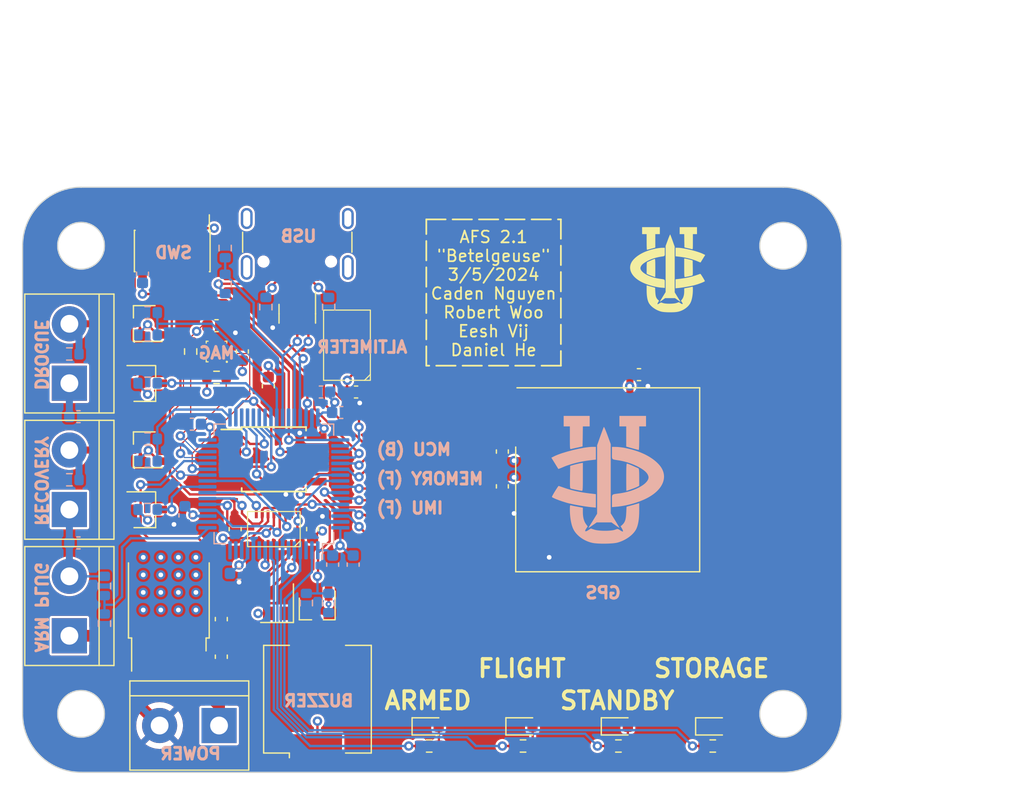
<source format=kicad_pcb>
(kicad_pcb (version 20221018) (generator pcbnew)
  (layers (0 "F.Cu" signal) (1 "In1.Cu" power) (2 "In2.Cu" power) (31 "B.Cu" signal) (34 "B.Paste" user) (35 "F.Paste" user) (36 "B.SilkS" user "B.Silkscreen") (37 "F.SilkS" user "F.Silkscreen") (38 "B.Mask" user) (39 "F.Mask" user) (44 "Edge.Cuts" user))
  (net 0 "")
  (net 1 "GND")
  (net 2 "NRST")
  (net 3 "+3.3V")
  (net 4 "ARM_POWER")
  (net 5 "VCC")
  (net 6 "Net-(D1-A)")
  (net 7 "Net-(D2-A)")
  (net 8 "Net-(D3-A)")
  (net 9 "Net-(D4-A)")
  (net 10 "Net-(J3-Pin_2)")
  (net 11 "DEBUG_SWDIO")
  (net 12 "DEBUCK_SWCLK")
  (net 16 "Net-(J5-Pin_2)")
  (net 17 "VBUS")
  (net 18 "Net-(J6-CC1)")
  (net 20 "Net-(J6-CC2)")
  (net 22 "DROGUE_CONT")
  (net 23 "DROGUE")
  (net 24 "RECOVERY")
  (net 25 "RECOVERY_CONT")
  (net 26 "Net-(Q2-G)")
  (net 27 "Net-(BZ1--)")
  (net 28 "ARM_CONT")
  (net 29 "LED_ARMED")
  (net 30 "LED_FLIGHT")
  (net 31 "LED_STANDBY")
  (net 32 "LED_STORAGE")
  (net 33 "GPS_SCL")
  (net 34 "GPS_SDA")
  (net 35 "MAG_SCL")
  (net 36 "MAG_SDA")
  (net 37 "HSE_IN")
  (net 39 "ALT_SCK")
  (net 40 "ALT_MISO")
  (net 41 "ALT_MOSI")
  (net 42 "ALT_CS")
  (net 44 "MAG_DRDY")
  (net 45 "MAG_INT")
  (net 47 "MEM_SCK")
  (net 48 "MEM_MISO")
  (net 49 "MEM_MOSI")
  (net 50 "MEM_CS")
  (net 51 "MEM_WP")
  (net 52 "MEM_HOLD")
  (net 53 "IMU_INT4")
  (net 54 "IMU_INT3")
  (net 55 "IMU_INT2")
  (net 56 "IMU_CS2")
  (net 57 "IMU_SCK")
  (net 58 "IMU_MISO")
  (net 59 "IMU_MOSI")
  (net 60 "IMU_CS1")
  (net 61 "IMU_INT1")
  (net 62 "GPS_SAFEBOOT")
  (net 63 "GPS_INT")
  (net 64 "GPS_RESET")
  (net 69 "USB_CONN_D-")
  (net 70 "USB_CONN_D+")
  (net 71 "USB_D-")
  (net 72 "USB_D+")
  (net 74 "Net-(Q3-G)")
  (net 75 "Net-(Q5-G)")
  (net 76 "BUZZER")
  (net 81 "Net-(J6-VBUS-PadA4)")
  (footprint "Capacitor_SMD:C_0603_1608Metric" (layer "F.Cu") (at 136.984 100.12 90)
    (fp_text reference "C9")
    (fp_text value "10uF")
  )
  (footprint "Package_SO:SOIC-8W_5.3x5.3mm_P1.27mm" (layer "F.Cu") (at 141.475 83.25)
    (fp_text reference "U4")
    (fp_text value "~")
  )
  (footprint "Resistor_SMD:R_0603_1608Metric" (layer "F.Cu") (at 178.98 107.75)
    (fp_text reference "R10")
    (fp_text value "470")
  )
  (footprint "Resistor_SMD:R_0603_1608Metric" (layer "F.Cu") (at 134.365 74.04 -90)
    (fp_text reference "R18")
    (fp_text value "4k7")
  )
  (footprint "TerminalBlock:TerminalBlock_bornier-2_P5.08mm" (layer "F.Cu") (at 136.79 106 180)
    (fp_text reference "J2")
    (fp_text value "POWER")
  )
  (footprint "Connector_PinHeader_1.27mm:PinHeader_2x05_P1.27mm_Vertical_SMD" (layer "F.Cu") (at 132.79 65.45 -90)
    (fp_text reference "J4")
    (fp_text value "SWD")
  )
  (footprint "Capacitor_SMD:C_0603_1608Metric" (layer "F.Cu") (at 161 85.5625 -90)
    (fp_text reference "C14")
    (fp_text value "100nF")
  )
  (footprint "Resistor_SMD:R_0603_1608Metric" (layer "F.Cu") (at 162.7675 107.75)
    (fp_text reference "R7")
    (fp_text value "470")
  )
  (footprint "Crystal:Crystal_SMD_2520-4Pin_2.5x2.0mm" (layer "F.Cu") (at 141.746 95.546 90)
    (fp_text reference "Y1")
    (fp_text value "16MHz")
  )
  (footprint "Package_TO_SOT_SMD:TSOT-23" (layer "F.Cu") (at 145.2 96.016 -90)
    (fp_text reference "Q5")
    (fp_text value "Q_NMOS_GSD")
  )
  (footprint "UCIRP-KiCAD-Lib:BMI088" (layer "F.Cu") (at 141.475 89.2125 -90)
    (fp_text reference "U5")
    (fp_text value "~")
  )
  (footprint "Capacitor_SMD:C_0603_1608Metric" (layer "F.Cu") (at 172.675 76.016)
    (fp_text reference "C13")
    (fp_text value "100nF")
  )
  (footprint "Capacitor_SMD:C_0603_1608Metric" (layer "F.Cu") (at 138.166 89.2125 90)
    (fp_text reference "C18")
    (fp_text value "100nF")
  )
  (footprint "Package_TO_SOT_SMD:TSOT-23" (layer "F.Cu") (at 130.424 82.46 180)
    (fp_text reference "Q3")
    (fp_text value "Q_NMOS_GSD")
  )
  (footprint "Diode_SMD:D_0603_1608Metric" (layer "F.Cu") (at 162.7875 106.074)
    (fp_text reference "D2")
    (fp_text value "GREEN_LED")
  )
  (footprint "Package_TO_SOT_SMD:SOT-23-6" (layer "F.Cu") (at 143.475 70.814 -90)
    (fp_text reference "U8")
    (fp_text value "USBLC6-2SC6")
  )
  (footprint "TerminalBlock:TerminalBlock_bornier-2_P5.08mm" (layer "F.Cu") (at 124 87.54 90)
    (fp_text reference "J5")
    (fp_text value "E-MATCH_RECOVERY")
  )
  (footprint "Buzzer_Beeper:Buzzer_CUI_CPT-9019S-SMT" (layer "F.Cu") (at 145.2 103.75 90)
    (fp_text reference "BZ1")
    (fp_text value "Buzzer")
  )
  (footprint "Diode_SMD:D_0603_1608Metric" (layer "F.Cu") (at 154.77 106.074)
    (fp_text reference "D1")
    (fp_text value "RED_LED")
  )
  (footprint "Resistor_SMD:R_0603_1608Metric" (layer "F.Cu") (at 170.9175 107.75)
    (fp_text reference "R9")
    (fp_text value "470")
  )
  (footprint "RF_GPS:ublox_SAM-M8Q" (layer "F.Cu") (at 170 85)
    (fp_text reference "U3")
    (fp_text value "~")
  )
  (footprint "Capacitor_SMD:C_0603_1608Metric" (layer "F.Cu") (at 136.984 96.906 90)
    (fp_text reference "C10")
    (fp_text value "10uF")
  )
  (footprint "TerminalBlock:TerminalBlock_bornier-2_P5.08mm" (layer "F.Cu") (at 124 98.33 90)
    (fp_text reference "J1")
    (fp_text value "ARMING_PLUG")
  )
  (footprint "Capacitor_SMD:C_0603_1608Metric" (layer "F.Cu") (at 144.784 89.2125 90)
    (fp_text reference "C16")
    (fp_text value "100nF")
  )
  (footprint "Capacitor_SMD:C_0603_1608Metric" (layer "F.Cu") (at 138.785 74.04 90)
    (fp_text reference "C20")
    (fp_text value "100nF")
  )
  (footprint "UCIRP-KiCAD-Lib:MS5607-02BA" (layer "F.Cu") (at 147.721 73.5 180)
    (fp_text reference "U6")
    (fp_text value "~")
  )
  (footprint "Connector_USB:USB_C_Receptacle_GCT_USB4105-xx-A_16P_TopMnt_Horizontal" (layer "F.Cu") (at 143.475 63.75 180)
    (fp_text reference "J6")
    (fp_text value "~")
  )
  (footprint "Capacitor_SMD:C_0603_1608Metric" (layer "F.Cu") (at 136.575 71.83)
    (fp_text reference "C19")
    (fp_text value "100nF")
  )
  (footprint "Package_TO_SOT_SMD:TO-252-2" (layer "F.Cu") (at 132.5 95.21 90)
    (fp_text reference "U2")
    (fp_text value "LD1086DT33TR")
  )
  (footprint "Package_TO_SOT_SMD:TSOT-23" (layer "F.Cu") (at 130.424 76.75)
    (fp_text reference "Q1")
    (fp_text value "Q_NMOS_GSD")
  )
  (footprint "Capacitor_SMD:C_0603_1608Metric" (layer "F.Cu") (at 141 77 -90)
    (fp_text reference "C21")
    (fp_text value "4.7uF")
  )
  (footprint "Package_TO_SOT_SMD:TSOT-23" (layer "F.Cu") (at 130.424 87.54)
    (fp_text reference "Q4")
    (fp_text value "Q_NMOS_GSD")
  )
  (footprint "Resistor_SMD:R_0603_1608Metric" (layer "F.Cu") (at 136.575 76.25)
    (fp_text reference "R17")
    (fp_text value "4k7")
  )
  (footprint "Package_TO_SOT_SMD:TSOT-23" (layer "F.Cu") (at 130.424 71.67 180)
    (fp_text reference "Q2")
    (fp_text value "Q_NMOS_GSD")
  )
  (footprint "TerminalBlock:TerminalBlock_bornier-2_P5.08mm" (layer "F.Cu") (at 124 76.75 90)
    (fp_text reference "J3")
    (fp_text value "E-MATCH_DROGUE")
  )
  (footprint "Diode_SMD:D_0603_1608Metric" (layer "F.Cu") (at 179 106.074)
    (fp_text reference "D4")
    (fp_text value "YELLOW_LED")
  )
  (footprint "Capacitor_SMD:C_0603_1608Metric" (layer "F.Cu") (at 148.5 77.5)
    (fp_text reference "C17")
    (fp_text value "100nF")
  )
  (footprint "Diode_SMD:D_0603_1608Metric" (layer "F.Cu") (at 170.9375 106.074)
    (fp_text reference "D3")
    (fp_text value "BLUE_LED")
  )
  (footprint "Capacitor_SMD:C_0603_1608Metric" (layer "F.Cu") (at 161 82.5875 90)
    (fp_text reference "C15")
    (fp_text value "100nF")
  )
  (footprint "Package_CSP:WLCSP-12_1.56x1.56mm_P0.4mm" (layer "F.Cu") (at 136.575 74.04 180)
    (fp_text reference "U7")
    (fp_text value "~")
  )
  (footprint "Resistor_SMD:R_0603_1608Metric" (layer "F.Cu") (at 154.75 107.75)
    (fp_text reference "R6")
    (fp_text value "470")
  )
  (footprint "Resistor_SMD:R_0603_1608Metric" (layer "B.Cu") (at 130.6875 87.54)
    (fp_text reference "R12")
    (fp_text value "1k")
  )
  (footprint "Capacitor_SMD:C_0603_1608Metric" (layer "B.Cu") (at 124.775 79.605 180)
    (fp_text reference "C8")
    (fp_text value "100nF")
  )
  (footprint "Package_QFP:LQFP-64_10x10mm_P0.5mm" (layer "B.Cu") (at 141.475 85.35 90)
    (fp_text reference "U1")
    (fp_text value "~")
  )
  (footprint "Resistor_SMD:R_0603_1608Metric" (layer "B.Cu") (at 130.6875 72.62)
    (fp_text reference "R21")
    (fp_text value "100")
  )
  (footprint "Capacitor_SMD:C_0603_1608Metric" (layer "B.Cu") (at 134.475 80.25 180)
    (fp_text reference "C7")
    (fp_text value "100nF")
  )
  (footprint "Resistor_SMD:R_0603_1608Metric" (layer "B.Cu") (at 127 97.289 -90)
    (fp_text reference "R2")
    (fp_text value "3k3")
  )
  (footprint "Capacitor_SMD:C_0603_1608Metric" (layer "B.Cu") (at 130.25 67.4 -90)
    (fp_text reference "C1")
    (fp_text value "100nF")
  )
  (footprint "Capacitor_SMD:C_0603_1608Metric" (layer "B.Cu") (at 138.5 93)
    (fp_text reference "C6")
    (fp_text value "100nF")
  )
  (footprint "Capacitor_SMD:C_0603_1608Metric" (layer "B.Cu") (at 148.25 92.25 -90)
    (fp_text reference "C4")
    (fp_text value "100nF")
  )
  (footprint "Capacitor_SMD:C_0603_1608Metric" (layer "B.Cu") (at 145.5 77.5 180)
    (fp_text reference "C12")
    (fp_text value "100nF")
  )
  (footprint "Resistor_SMD:R_0603_1608Metric" (layer "B.Cu") (at 146.159 70.244 90)
    (fp_text reference "R15")
    (fp_text value "5k1")
  )
  (footprint "Capacitor_SMD:C_0603_1608Metric" (layer "B.Cu") (at 133.875 88.0375 -90)
    (fp_text reference "C3")
    (fp_text value "100nF")
  )
  (footprint "Resistor_SMD:R_0603_1608Metric" (layer "B.Cu") (at 137.3125 68.2625 90)
    (fp_text reference "R13")
    (fp_text value "33k")
  )
  (footprint "Capacitor_SMD:C_0603_1608Metric" (layer "B.Cu") (at 124.775 90.395 180)
    (fp_text reference "C11")
    (fp_text value "100nF")
  )
  (footprint "Capacitor_SMD:C_0603_1608Metric" (layer "B.Cu") (at 147.225 79.25)
    (fp_text reference "C2")
    (fp_text value "100nF")
  )
  (footprint "Resistor_SMD:R_0603_1608Metric" (layer "B.Cu") (at 124 74.25 180)
    (fp_text reference "R4")
    (fp_text value "10k")
  )
  (footprint "Resistor_SMD:R_0603_1608Metric" (layer "B.Cu") (at 127 94.075 -90)
    (fp_text reference "R1")
    (fp_text value "1k")
  )
  (footprint "Resistor_SMD:R_0603_1608Metric" (layer "B.Cu") (at 137.3125 65.2 -90)
    (fp_text reference "R14")
    (fp_text value "82k")
  )
  (footprint "Resistor_SMD:R_0603_1608Metric" (layer "B.Cu") (at 124 85 180)
    (fp_text reference "R11")
    (fp_text value "10k")
  )
  (footprint "Resistor_SMD:R_0603_1608Metric" (layer "B.Cu") (at 130.6875 81.51 180)
    (fp_text reference "R8")
    (fp_text value "10k")
  )
  (footprint "Resistor_SMD:R_0603_1608Metric" (layer "B.Cu") (at 144.25 95.531 -90)
    (fp_text reference "R19")
    (fp_text value "10k")
  )
  (footprint "Capacitor_SMD:C_0603_1608Metric" (layer "B.Cu") (at 146.5 92.25 -90)
    (fp_text reference "C5")
    (fp_text value "100nF")
  )
  (footprint "Resistor_SMD:R_0603_1608Metric" (layer "B.Cu") (at 130.6875 76.75)
    (fp_text reference "R3")
    (fp_text value "1k")
  )
  (footprint "Resistor_SMD:R_0603_1608Metric" (layer "B.Cu") (at 130.6875 83.41 180)
    (fp_text reference "R22")
    (fp_text value "100")
  )
  (footprint "Resistor_SMD:R_0603_1608Metric" (layer "B.Cu") (at 146.15 95.531 -90)
    (fp_text reference "R20")
    (fp_text value "100")
  )
  (footprint "Resistor_SMD:R_0603_1608Metric" (layer "B.Cu") (at 130.6875 70.72 180)
    (fp_text reference "R5")
    (fp_text value "10k")
  )
  (footprint "Resistor_SMD:R_0603_1608Metric" (layer "B.Cu") (at 140.791 70.244 90)
    (fp_text reference "R16")
    (fp_text value "5k1")
  )
  (gr_poly (pts (xy 168.565642 82.191296) (xy 168.388755 82.206196) (xy 168.193125 82.230072) (xy 167.981969 82.262141) (xy 167.525945 82.347727) (xy 167.046419 82.456692) (xy 166.569125 82.582773) (xy 166.119799 82.719705) (xy 165.913665 82.790283) (xy 165.724174 82.861226) (xy 165.554543 82.93175) (xy 165.407987 83.001072) (xy 165.185736 83.112198) (xy 165.482069 83.588448) (xy 165.595427 83.77316) (xy 165.690429 83.927114) (xy 165.756658 84.033443) (xy 165.775726 84.063478) (xy 165.783694 84.075281) (xy 165.786942 84.075355) (xy 165.794547 84.073638) (xy 165.821894 84.065111) (xy 165.863876 84.050259) (xy 165.918632 84.02964) (xy 165.984303 84.003812) (xy 166.059027 83.973333) (xy 166.140945 83.938762) (xy 166.228196 83.900656) (xy 166.33489 83.856045) (xy 166.44998 83.811658) (xy 166.701717 83.72446) (xy 166.976149 83.640858) (xy 167.266023 83.562651) (xy 167.564082 83.491637) (xy 167.863072 83.429615) (xy 168.155736 83.378383) (xy 168.43482 83.33974) (xy 168.990445 83.276239) (xy 168.990445 82.186156) (xy 168.720569 82.186156)) (fill solid) (layer "B.SilkS"))
  (gr_poly (pts (xy 169.67307 80.48224) (xy 169.661618 80.505514) (xy 169.639997 80.557315) (xy 169.571205 80.733593) (xy 169.476617 80.985278) (xy 169.366153 81.286573) (xy 169.096278 82.053864) (xy 169.096278 87.901156) (xy 168.762903 88.446198) (xy 168.512872 88.848364) (xy 168.381903 89.060031) (xy 168.366607 89.088257) (xy 168.363021 89.097901) (xy 168.362721 89.104266) (xy 168.363939 89.106149) (xy 168.366142 89.107128) (xy 168.373718 89.106261) (xy 168.385882 89.101441) (xy 168.40307 89.092443) (xy 168.45425 89.061013) (xy 168.530731 89.010174) (xy 168.773486 88.843073) (xy 169.059237 88.641989) (xy 170.323945 88.641989) (xy 170.662612 88.885406) (xy 170.730339 88.933134) (xy 170.793663 88.976522) (xy 170.851158 89.0147) (xy 170.901398 89.046802) (xy 170.923352 89.060302) (xy 170.942956 89.071958) (xy 170.960034 89.08166) (xy 170.974407 89.0893) (xy 170.985896 89.09477) (xy 170.994323 89.097961) (xy 170.997332 89.098668) (xy 170.99951 89.098765) (xy 171.000833 89.098238) (xy 171.001278 89.097073) (xy 170.99361 89.078903) (xy 170.971678 89.038037) (xy 170.891476 88.898635) (xy 170.773571 88.699702) (xy 170.630862 88.462073) (xy 170.260445 87.864114) (xy 170.260445 81.948031) (xy 169.985278 81.196615) (xy 169.928672 81.046546) (xy 169.874732 80.907888) (xy 169.824637 80.783616) (xy 169.779565 80.676708) (xy 169.75928 80.630695) (xy 169.740694 80.59014) (xy 169.723952 80.555413) (xy 169.709202 80.526888) (xy 169.696592 80.504936) (xy 169.686268 80.489929) (xy 169.68201 80.485146) (xy 169.678378 80.482239) (xy 169.675392 80.481255)) (fill solid) (layer "B.SilkS"))
  (gr_poly (pts (xy 166.238778 80.439906) (xy 166.767945 80.439906) (xy 166.767945 81.424156) (xy 166.768027 81.588621) (xy 166.768358 81.733553) (xy 166.769061 81.860129) (xy 166.77026 81.969528) (xy 166.771084 82.018154) (xy 166.772079 82.062928) (xy 166.77326 82.103997) (xy 166.774642 82.141507) (xy 166.776241 82.175607) (xy 166.778073 82.206444) (xy 166.780153 82.234164) (xy 166.782497 82.258916) (xy 166.785119 82.280846) (xy 166.788037 82.300102) (xy 166.791264 82.316831) (xy 166.792999 82.324294) (xy 166.794817 82.331181) (xy 166.79672 82.337509) (xy 166.79871 82.343297) (xy 166.80079 82.348565) (xy 166.802961 82.353329) (xy 166.805225 82.357609) (xy 166.807583 82.361423) (xy 166.810039 82.364789) (xy 166.812593 82.367726) (xy 166.815249 82.370252) (xy 166.818006 82.372386) (xy 166.820869 82.374146) (xy 166.823838 82.37555) (xy 166.826916 82.376617) (xy 166.830104 82.377365) (xy 166.833404 82.377813) (xy 166.836819 82.377979) (xy 166.84035 82.377881) (xy 166.844 82.377538) (xy 166.851661 82.376191) (xy 166.859818 82.374084) (xy 166.868487 82.371364) (xy 166.940916 82.352347) (xy 167.066924 82.322416) (xy 167.22865 82.286532) (xy 167.408236 82.249656) (xy 167.852736 82.149115) (xy 167.868612 81.297156) (xy 167.879195 80.439906) (xy 168.461278 80.439906) (xy 168.461278 79.540323) (xy 166.238778 79.540323)) (fill solid) (layer "B.SilkS"))
  (gr_poly (pts (xy 165.804774 85.527209) (xy 165.796699 85.534031) (xy 165.773215 85.560885) (xy 165.741204 85.603321) (xy 165.70217 85.658895) (xy 165.609049 85.799692) (xy 165.505882 85.963744) (xy 165.4047 86.131517) (xy 165.317532 86.283477) (xy 165.256409 86.40009) (xy 165.239374 86.439037) (xy 165.233362 86.461822) (xy 165.235263 86.468821) (xy 165.240883 86.476887) (xy 165.262776 86.496022) (xy 165.298032 86.518831) (xy 165.345644 86.544918) (xy 165.473905 86.605349) (xy 165.639497 86.674151) (xy 165.834359 86.748162) (xy 166.050428 86.824219) (xy 166.279644 86.89916) (xy 166.513945 86.969823) (xy 166.71385 87.021561) (xy 166.956295 87.076152) (xy 167.22925 87.131487) (xy 167.520684 87.185458) (xy 167.818568 87.235956) (xy 168.110871 87.280873) (xy 168.385562 87.318101) (xy 168.630611 87.345531) (xy 168.990445 87.377282) (xy 168.990445 86.228989) (xy 168.445403 86.165489) (xy 168.158082 86.127052) (xy 167.876218 86.08322) (xy 167.600803 86.034055) (xy 167.33283 85.979619) (xy 167.073291 85.919974) (xy 166.823177 85.855183) (xy 166.583481 85.785306) (xy 166.355195 85.710406) (xy 166.251904 85.673798) (xy 166.153946 85.639795) (xy 165.983455 85.582083) (xy 165.810153 85.525198)) (fill solid) (layer "B.SilkS"))
  (gr_poly (pts (xy 172.572903 87.033323) (xy 172.49452 87.057301) (xy 172.366528 87.094177) (xy 172.033153 87.186781) (xy 171.60982 87.303198) (xy 171.583362 87.853531) (xy 171.576876 87.957497) (xy 171.569182 88.053478) (xy 171.560061 88.142049) (xy 171.549297 88.223783) (xy 171.536672 88.299253) (xy 171.52197 88.369035) (xy 171.504974 88.4337) (xy 171.495547 88.464293) (xy 171.485466 88.493823) (xy 171.474702 88.52236) (xy 171.463229 88.549977) (xy 171.45102 88.576745) (xy 171.438048 88.602736) (xy 171.424284 88.628022) (xy 171.409703 88.652674) (xy 171.394277 88.676763) (xy 171.377979 88.700363) (xy 171.360782 88.723544) (xy 171.342658 88.746378) (xy 171.303523 88.791293) (xy 171.260358 88.83568) (xy 171.212945 88.880115) (xy 171.107112 88.975365) (xy 171.223528 89.176448) (xy 171.235116 89.19726) (xy 171.246038 89.217933) (xy 171.256247 89.238328) (xy 171.265696 89.258303) (xy 171.274339 89.27772) (xy 171.282129 89.29644) (xy 171.28902 89.314323) (xy 171.294966 89.331229) (xy 171.299919 89.347019) (xy 171.303833 89.361553) (xy 171.306663 89.374691) (xy 171.30836 89.386295) (xy 171.30877 89.391478) (xy 171.308879 89.396225) (xy 171.308683 89.400519) (xy 171.308174 89.404341) (xy 171.307348 89.407675) (xy 171.306197 89.410503) (xy 171.304718 89.412809) (xy 171.302903 89.414573) (xy 171.300673 89.416357) (xy 171.297961 89.417746) (xy 171.294783 89.418747) (xy 171.291152 89.419368) (xy 171.28259 89.419503) (xy 171.272393 89.418211) (xy 171.260677 89.415554) (xy 171.247558 89.411596) (xy 171.233152 89.406397) (xy 171.217575 89.40002) (xy 171.200944 89.392527) (xy 171.183376 89.38398) (xy 171.164985 89.374441) (xy 171.14589 89.363971) (xy 171.126205 89.352633) (xy 171.106047 89.340489) (xy 171.085533 89.327601) (xy 171.064778 89.314031) (xy 170.995987 89.27053) (xy 170.96711 89.253256) (xy 170.941085 89.238873) (xy 170.917294 89.227312) (xy 170.906041 89.222567) (xy 170.895114 89.218502) (xy 170.884435 89.215107) (xy 170.873927 89.212375) (xy 170.863511 89.210295) (xy 170.853111 89.208859) (xy 170.842649 89.20806) (xy 170.832048 89.207887) (xy 170.82123 89.208332) (xy 170.810117 89.209386) (xy 170.798632 89.211042) (xy 170.786697 89.213289) (xy 170.761169 89.219525) (xy 170.732912 89.228025) (xy 170.701307 89.238718) (xy 170.62557 89.266406) (xy 170.552988 89.28867) (xy 170.4656 89.30784) (xy 170.36547 89.323926) (xy 170.254657 89.336934) (xy 170.135225 89.346873) (xy 170.009236 89.35375) (xy 169.87875 89.357572) (xy 169.74583 89.358349) (xy 169.612539 89.356087) (xy 169.480937 89.350794) (xy 169.353087 89.342478) (xy 169.23105 89.331146) (xy 169.116889 89.316807) (xy 169.012666 89.299469) (xy 168.920441 89.279138) (xy 168.842278 89.255823) (xy 168.56182 89.160573) (xy 168.344862 89.303447) (xy 168.297379 89.333413) (xy 168.275252 89.34633) (xy 168.254221 89.357884) (xy 168.234298 89.368084) (xy 168.215497 89.376943) (xy 168.197832 89.384471) (xy 168.181316 89.390678) (xy 168.165963 89.395574) (xy 168.151785 89.399172) (xy 168.138798 89.401481) (xy 168.127014 89.402512) (xy 168.116447 89.402275) (xy 168.107111 89.400782) (xy 168.099019 89.398042) (xy 168.092184 89.394068) (xy 168.086621 89.388868) (xy 168.082343 89.382455) (xy 168.079362 89.374838) (xy 168.077694 89.366028) (xy 168.077351 89.356036) (xy 168.078348 89.344873) (xy 168.080697 89.332549) (xy 168.084412 89.319075) (xy 168.089507 89.304461) (xy 168.095995 89.288719) (xy 168.10389 89.271858) (xy 168.113206 89.25389) (xy 168.123956 89.234825) (xy 168.136153 89.214674) (xy 168.149811 89.193448) (xy 168.164944 89.171156) (xy 168.291945 88.985947) (xy 168.159653 88.806031) (xy 168.125982 88.759153) (xy 168.094427 88.70981) (xy 168.064996 88.658017) (xy 168.037697 88.60379) (xy 168.012537 88.547145) (xy 167.989524 88.488097) (xy 167.968666 88.426661) (xy 167.949971 88.362854) (xy 167.933446 88.29669) (xy 167.9191 88.228185) (xy 167.906939 88.157355) (xy 167.896972 88.084215) (xy 167.889206 88.00878) (xy 167.88365 87.931067) (xy 167.88031 87.85109) (xy 167.879195 87.768865) (xy 167.879195 87.387864) (xy 167.408236 87.297906) (xy 167.310134 87.279881) (xy 167.215752 87.261857) (xy 167.127323 87.244328) (xy 167.04708 87.227791) (xy 166.977255 87.212743) (xy 166.92008 87.199679) (xy 166.877788 87.189096) (xy 166.852612 87.181489) (xy 166.839452 87.177584) (xy 166.827703 87.176043) (xy 166.817288 87.177245) (xy 166.808128 87.181572) (xy 166.800147 87.189402) (xy 166.793266 87.201116) (xy 166.787409 87.217093) (xy 166.782497 87.237713) (xy 166.778453 87.263357) (xy 166.7752 87.294402) (xy 166.77266 87.331231) (xy 166.770756 87.374222) (xy 166.768544 87.48021) (xy 166.767945 87.615406) (xy 166.770106 87.726713) (xy 166.77457 87.838121) (xy 166.781281 87.949234) (xy 166.790186 88.059658) (xy 166.801231 88.168996) (xy 166.81436 88.276853) (xy 166.829521 88.382835) (xy 166.846658 88.486546) (xy 166.865718 88.58759) (xy 166.886645 88.685573) (xy 166.909387 88.780098) (xy 166.933888 88.870771) (xy 166.960094 88.957196) (xy 166.987952 89.038978) (xy 167.017406 89.115722) (xy 167.048403 89.187031) (xy 167.10171 89.292203) (xy 167.164055 89.395142) (xy 167.234927 89.495477) (xy 167.313813 89.592836) (xy 167.400204 89.686845) (xy 167.493585 89.777134) (xy 167.593448 89.863331) (xy 167.699278 89.945062) (xy 167.810566 90.021957) (xy 167.926799 90.093642) (xy 168.047466 90.159747) (xy 168.172056 90.219898) (xy 168.300056 90.273724) (xy 168.430955 90.320853) (xy 168.564241 90.360913) (xy 168.699404 90.393532) (xy 168.799107 90.411024) (xy 168.914119 90.425819) (xy 169.042138 90.437947) (xy 169.180862 90.44744) (xy 169.481216 90.458643) (xy 169.796763 90.459677) (xy 170.109085 90.450788) (xy 170.399765 90.432226) (xy 170.531233 90.419395) (xy 170.650385 90.404238) (xy 170.754917 90.386787) (xy 170.842528 90.367073) (xy 170.971803 90.328251) (xy 171.09935 90.28346) (xy 171.224679 90.233058) (xy 171.347304 90.177399) (xy 171.466734 90.116842) (xy 171.582483 90.051743) (xy 171.694062 89.982458) (xy 171.800981 89.909343) (xy 171.902754 89.832756) (xy 171.998892 89.753053) (xy 172.088906 89.670591) (xy 172.172308 89.585725) (xy 172.248609 89.498813) (xy 172.317322 89.410211) (xy 172.377958 89.320276) (xy 172.405094 89.27492) (xy 172.430028 89.229364) (xy 172.461777 89.161889) (xy 172.491534 89.090406) (xy 172.51929 89.014877) (xy 172.545039 88.935263) (xy 172.568773 88.851526) (xy 172.590483 88.763625) (xy 172.610163 88.671524) (xy 172.627804 88.575182) (xy 172.643399 88.474562) (xy 172.656939 88.369624) (xy 172.668418 88.260329) (xy 172.677827 88.14664) (xy 172.690405 87.905921) (xy 172.694612 87.647156) (xy 172.694612 86.996281)) (fill solid) (layer "B.SilkS"))
  (gr_poly (pts (xy 171.001278 80.439906) (xy 171.583362 80.439906) (xy 171.583362 82.164989) (xy 172.096653 82.307864) (xy 172.301044 82.363675) (xy 172.473684 82.409068) (xy 172.542517 82.426462) (xy 172.596716 82.439577) (xy 172.634047 82.447856) (xy 172.645689 82.450007) (xy 172.652278 82.450739) (xy 172.657114 82.445494) (xy 172.661694 82.43011) (xy 172.670055 82.371034) (xy 172.6773 82.277727) (xy 172.683367 82.154406) (xy 172.691718 81.834591) (xy 172.694612 81.445323) (xy 172.694612 80.439906) (xy 173.276695 80.439906) (xy 173.276695 79.540323) (xy 171.001278 79.540323)) (fill solid) (layer "B.SilkS"))
  (gr_poly (pts (xy 170.366278 82.715323) (xy 170.364263 82.911249) (xy 170.363662 82.988411) (xy 170.365038 83.053411) (xy 170.36967 83.107527) (xy 170.373606 83.130904) (xy 170.378836 83.15204) (xy 170.385519 83.171095) (xy 170.393815 83.188228) (xy 170.403885 83.203599) (xy 170.415888 83.217369) (xy 170.429983 83.229698) (xy 170.446332 83.240744) (xy 170.465093 83.250668) (xy 170.486426 83.25963) (xy 170.510492 83.26779) (xy 170.53745 83.275308) (xy 170.600683 83.289055) (xy 170.677403 83.302151) (xy 170.76889 83.315875) (xy 171.001278 83.350322) (xy 171.187255 83.385309) (xy 171.375116 83.428302) (xy 171.563395 83.478628) (xy 171.750628 83.535613) (xy 171.935349 83.598582) (xy 172.116094 83.666861) (xy 172.291397 83.739775) (xy 172.459794 83.81665) (xy 172.619819 83.896812) (xy 172.770008 83.979586) (xy 172.908894 84.064298) (xy 173.035015 84.150273) (xy 173.146903 84.236838) (xy 173.243095 84.323317) (xy 173.284847 84.366314) (xy 173.322125 84.409037) (xy 173.354746 84.451401) (xy 173.382528 84.493322) (xy 173.411919 84.542219) (xy 173.436582 84.589813) (xy 173.447135 84.613179) (xy 173.456501 84.63629) (xy 173.464676 84.659169) (xy 173.47166 84.681838) (xy 173.47745 84.704321) (xy 173.482044 84.726642) (xy 173.485441 84.748822) (xy 173.487638 84.770887) (xy 173.488634 84.792858) (xy 173.488426 84.81476) (xy 173.487013 84.836615) (xy 173.484393 84.858447) (xy 173.480563 84.880279) (xy 173.475523 84.902135) (xy 173.469269 84.924036) (xy 173.4618 84.946008) (xy 173.453114 84.968073) (xy 173.443209 84.990253) (xy 173.432084 85.012574) (xy 173.419735 85.035057) (xy 173.391362 85.080604) (xy 173.358075 85.127082) (xy 173.319858 85.174676) (xy 173.276695 85.223572) (xy 173.198134 85.301527) (xy 173.107837 85.378405) (xy 173.006595 85.453872) (xy 172.895199 85.527595) (xy 172.774439 85.599241) (xy 172.645105 85.668476) (xy 172.50799 85.734966) (xy 172.363882 85.79838) (xy 172.213574 85.858383) (xy 172.057854 85.914642) (xy 171.897515 85.966823) (xy 171.733347 86.014594) (xy 171.56614 86.057621) (xy 171.396686 86.095571) (xy 171.225773 86.128111) (xy 171.054195 86.154906) (xy 170.804339 86.187855) (xy 170.705786 86.201182) (xy 170.623007 86.214107) (xy 170.554645 86.227899) (xy 170.525447 86.235518) (xy 170.499345 86.243831) (xy 170.476169 86.252996) (xy 170.45575 86.263173) (xy 170.437917 86.274521) (xy 170.422502 86.287198) (xy 170.409335 86.301363) (xy 170.398247 86.317175) (xy 170.389067 86.334794) (xy 170.381626 86.354377) (xy 170.375755 86.376084) (xy 170.371285 86.400075) (xy 170.368044 86.426506) (xy 170.365865 86.455539) (xy 170.364011 86.522041) (xy 170.364366 86.600853) (xy 170.366278 86.800489) (xy 170.366278 87.334947) (xy 170.757861 87.303198) (xy 170.915156 87.287098) (xy 171.075124 87.266673) (xy 171.237216 87.242062) (xy 171.400882 87.213404) (xy 171.565571 87.18084) (xy 171.730732 87.144509) (xy 171.895817 87.10455) (xy 172.060273 87.061103) (xy 172.223551 87.014308) (xy 172.385101 86.964303) (xy 172.544372 86.911229) (xy 172.700813 86.855225) (xy 172.853875 86.79643) (xy 173.003006 86.734984) (xy 173.147658 86.671027) (xy 173.287278 86.604698) (xy 173.425556 86.533391) (xy 173.557585 86.45946) (xy 173.683315 86.383038) (xy 173.802699 86.304261) (xy 173.915688 86.223263) (xy 174.022234 86.140179) (xy 174.122287 86.055144) (xy 174.2158 85.968292) (xy 174.302725 85.879758) (xy 174.383012 85.789676) (xy 174.456614 85.698182) (xy 174.523482 85.60541) (xy 174.583567 85.511494) (xy 174.636821 85.41657) (xy 174.683196 85.320771) (xy 174.722643 85.224234) (xy 174.755113 85.127092) (xy 174.780559 85.02948) (xy 174.798932 84.931532) (xy 174.810183 84.833384) (xy 174.814264 84.73517) (xy 174.811126 84.637025) (xy 174.800721 84.539084) (xy 174.783001 84.441481) (xy 174.757917 84.34435) (xy 174.725421 84.247827) (xy 174.685463 84.152046) (xy 174.637997 84.057142) (xy 174.582973 83.96325) (xy 174.520343 83.870504) (xy 174.450058 83.779039) (xy 174.37207 83.688989) (xy 174.257264 83.569761) (xy 174.133273 83.454254) (xy 174.000337 83.342592) (xy 173.858696 83.234898) (xy 173.70859 83.131297) (xy 173.55026 83.031913) (xy 173.383946 82.93687) (xy 173.209888 82.846291) (xy 173.028326 82.760302) (xy 172.839502 82.679025) (xy 172.643655 82.602585) (xy 172.441025 82.531106) (xy 172.231853 82.464712) (xy 172.016379 82.403527) (xy 171.794843 82.347675) (xy 171.567486 82.297281) (xy 171.46187 82.276021) (xy 171.349619 82.256188) (xy 171.234019 82.238215) (xy 171.118356 82.222536) (xy 171.005919 82.209586) (xy 170.899992 82.199798) (xy 170.803864 82.193607) (xy 170.72082 82.191447) (xy 170.366278 82.186156)) (fill solid) (layer "B.SilkS"))
  (gr_poly (pts (xy 171.6383 83.618155) (xy 171.630459 83.628249) (xy 171.623316 83.645706) (xy 171.616848 83.671047) (xy 171.605841 83.747456) (xy 171.597252 83.86163) (xy 171.590896 84.017724) (xy 171.586586 84.219892) (xy 171.583362 84.779073) (xy 171.584354 85.231097) (xy 171.58733 85.601266) (xy 171.589563 85.743717) (xy 171.592291 85.85138) (xy 171.595516 85.919479) (xy 171.597314 85.9372) (xy 171.599236 85.94324) (xy 171.617717 85.94025) (xy 171.650096 85.931726) (xy 171.749139 85.900741) (xy 171.881545 85.855617) (xy 172.032492 85.801687) (xy 172.187159 85.744285) (xy 172.330727 85.688743) (xy 172.448373 85.640395) (xy 172.525278 85.604573) (xy 172.694612 85.514614) (xy 172.694612 84.784364) (xy 172.693826 84.597523) (xy 172.692798 84.515427) (xy 172.691304 84.440571) (xy 172.689315 84.372722) (xy 172.686798 84.311649) (xy 172.683723 84.257117) (xy 172.680059 84.208895) (xy 172.675776 84.166751) (xy 172.67084 84.13045) (xy 172.665223 84.099762) (xy 172.662149 84.08645) (xy 172.658893 84.074454) (xy 172.655451 84.063744) (xy 172.651818 84.054292) (xy 172.647992 84.046069) (xy 172.643969 84.039045) (xy 172.639744 84.033192) (xy 172.635313 84.02848) (xy 172.630673 84.02488) (xy 172.62582 84.022364) (xy 172.5691 83.995906) (xy 172.45781 83.945635) (xy 172.308816 83.879489) (xy 172.138987 83.805405) (xy 172.052511 83.766834) (xy 171.969075 83.730991) (xy 171.890723 83.698621) (xy 171.819502 83.670468) (xy 171.75746 83.647276) (xy 171.706641 83.629789) (xy 171.68608 83.623417) (xy 171.669093 83.618751) (xy 171.655935 83.615883) (xy 171.646861 83.614906)) (fill solid) (layer "B.SilkS"))
  (gr_poly (pts (xy 167.662236 83.588448) (xy 167.612999 83.598028) (xy 167.554088 83.610524) (xy 167.416174 83.642026) (xy 167.266354 83.678489) (xy 167.122487 83.715447) (xy 166.794403 83.810698) (xy 166.778528 84.76849) (xy 166.776745 84.923139) (xy 166.775428 85.060379) (xy 166.774668 85.181278) (xy 166.774559 85.286907) (xy 166.775195 85.378336) (xy 166.775821 85.419059) (xy 166.776668 85.456633) (xy 166.777747 85.491192) (xy 166.779071 85.522869) (xy 166.78065 85.551799) (xy 166.782497 85.578114) (xy 166.784623 85.601949) (xy 166.787039 85.623437) (xy 166.789758 85.642712) (xy 166.792791 85.659907) (xy 166.796149 85.675158) (xy 166.799845 85.688596) (xy 166.803889 85.700356) (xy 166.806046 85.705648) (xy 166.808294 85.710571) (xy 166.810635 85.715141) (xy 166.813071 85.719376) (xy 166.815602 85.723291) (xy 166.818231 85.726903) (xy 166.820959 85.73023) (xy 166.823787 85.733288) (xy 166.826717 85.736093) (xy 166.82975 85.738662) (xy 166.832888 85.741013) (xy 166.836131 85.743161) (xy 166.842943 85.746918) (xy 166.850196 85.750066) (xy 166.857903 85.752739) (xy 166.93919 85.774598) (xy 167.058738 85.802596) (xy 167.202719 85.833943) (xy 167.357304 85.865848) (xy 167.508664 85.895521) (xy 167.642971 85.920171) (xy 167.746397 85.937007) (xy 167.782207 85.941623) (xy 167.805111 85.94324) (xy 167.816408 85.940855) (xy 167.826526 85.93309) (xy 167.835528 85.919032) (xy 167.843476 85.897764) (xy 167.850432 85.868373) (xy 167.856457 85.829944) (xy 167.865966 85.722312) (xy 167.872498 85.567551) (xy 167.876549 85.358344) (xy 167.879195 84.747322) (xy 167.879195 83.551406)) (fill solid) (layer "B.SilkS"))
  (gr_poly (pts (xy 175.342954 64.037834) (xy 175.350588 64.05335) (xy 175.365002 64.087884) (xy 175.410864 64.205403) (xy 175.473923 64.373193) (xy 175.547565 64.574056) (xy 175.727481 65.085583) (xy 175.727481 68.983778) (xy 175.949731 69.347139) (xy 176.116419 69.61525) (xy 176.203732 69.756361) (xy 176.213929 69.775178) (xy 176.21632 69.781608) (xy 176.21652 69.785851) (xy 176.215707 69.787107) (xy 176.214239 69.787759) (xy 176.209189 69.787181) (xy 176.201079 69.783968) (xy 176.18962 69.777969) (xy 176.1555 69.757016) (xy 176.104513 69.723123) (xy 175.942676 69.611723) (xy 175.752176 69.477667) (xy 174.909037 69.477667) (xy 174.683259 69.639945) (xy 174.638108 69.671764) (xy 174.595892 69.700689) (xy 174.557561 69.726141) (xy 174.524068 69.747542) (xy 174.509433 69.756542) (xy 174.496363 69.764312) (xy 174.484978 69.770781) (xy 174.475396 69.775874) (xy 174.467737 69.779521) (xy 174.462118 69.781648) (xy 174.460112 69.78212) (xy 174.45866 69.782184) (xy 174.457779 69.781832) (xy 174.457481 69.781056) (xy 174.462594 69.768943) (xy 174.477215 69.741699) (xy 174.530683 69.648764) (xy 174.609286 69.516142) (xy 174.704426 69.357723) (xy 174.95137 68.959083) (xy 174.95137 65.015028) (xy 175.134815 64.514084) (xy 175.172552 64.414038) (xy 175.208512 64.321599) (xy 175.241909 64.238752) (xy 175.271957 64.167479) (xy 175.28548 64.136804) (xy 175.297871 64.109767) (xy 175.309032 64.086616) (xy 175.318866 64.067599) (xy 175.327273 64.052964) (xy 175.334155 64.04296) (xy 175.336994 64.039771) (xy 175.339415 64.037834) (xy 175.341406 64.037177)) (fill solid) (layer "F.SilkS"))
  (gr_poly (pts (xy 176.081239 65.177205) (xy 176.199164 65.187138) (xy 176.329584 65.203055) (xy 176.470355 65.224435) (xy 176.77437 65.281492) (xy 177.094054 65.354136) (xy 177.41225 65.438189) (xy 177.711801 65.529477) (xy 177.849223 65.576529) (xy 177.975551 65.623824) (xy 178.088638 65.67084) (xy 178.186342 65.717056) (xy 178.33451 65.791139) (xy 178.136954 66.108639) (xy 178.061382 66.23178) (xy 177.998048 66.334417) (xy 177.953895 66.405303) (xy 177.941183 66.425326) (xy 177.935871 66.433195) (xy 177.933705 66.433244) (xy 177.928636 66.432099) (xy 177.910404 66.426415) (xy 177.882416 66.416514) (xy 177.845912 66.402768) (xy 177.802132 66.385549) (xy 177.752315 66.36523) (xy 177.697704 66.342182) (xy 177.639537 66.316778) (xy 177.568407 66.287037) (xy 177.49168 66.257446) (xy 177.323856 66.199314) (xy 177.140901 66.143579) (xy 176.947652 66.091441) (xy 176.748946 66.044099) (xy 176.549619 66.002751) (xy 176.35451 65.968596) (xy 176.168454 65.942834) (xy 175.798037 65.9005) (xy 175.798037 65.173778) (xy 175.977954 65.173778)) (fill solid) (layer "F.SilkS"))
  (gr_poly (pts (xy 174.0328 66.128444) (xy 174.038027 66.135173) (xy 174.042789 66.146812) (xy 174.047102 66.163705) (xy 174.05444 66.214645) (xy 174.060166 66.29076) (xy 174.064403 66.394823) (xy 174.067276 66.529602) (xy 174.069426 66.902389) (xy 174.068764 67.203739) (xy 174.06678 67.450518) (xy 174.065292 67.545485) (xy 174.063473 67.61726) (xy 174.061323 67.66266) (xy 174.060124 67.674474) (xy 174.058843 67.6785) (xy 174.046522 67.676507) (xy 174.024936 67.670825) (xy 173.958907 67.650168) (xy 173.870637 67.620085) (xy 173.770006 67.584132) (xy 173.666894 67.545864) (xy 173.571183 67.508836) (xy 173.492751 67.476604) (xy 173.441482 67.452723) (xy 173.328593 67.39275) (xy 173.328593 66.905917) (xy 173.329116 66.781356) (xy 173.329802 66.726625) (xy 173.330798 66.676721) (xy 173.332124 66.631489) (xy 173.333802 66.590773) (xy 173.335851 66.554419) (xy 173.338294 66.522271) (xy 173.34115 66.494174) (xy 173.34444 66.469974) (xy 173.348185 66.449516) (xy 173.350234 66.440641) (xy 173.352405 66.432643) (xy 173.3547 66.425504) (xy 173.357121 66.419202) (xy 173.359672 66.41372) (xy 173.362355 66.409038) (xy 173.365171 66.405135) (xy 173.368125 66.401994) (xy 173.371218 66.399594) (xy 173.374454 66.397917) (xy 173.412267 66.380278) (xy 173.486461 66.346764) (xy 173.58579 66.302667) (xy 173.699009 66.253278) (xy 173.756659 66.227563) (xy 173.812284 66.203668) (xy 173.864518 66.182088) (xy 173.911999 66.163319) (xy 173.953361 66.147858) (xy 173.98724 66.1362) (xy 174.000947 66.131952) (xy 174.012272 66.128841) (xy 174.021044 66.126929) (xy 174.027093 66.126278)) (fill solid) (layer "F.SilkS"))
  (gr_poly (pts (xy 174.457481 64.009611) (xy 174.069426 64.009611) (xy 174.069426 65.159667) (xy 173.727232 65.254917) (xy 173.590971 65.292124) (xy 173.475877 65.322386) (xy 173.429989 65.333982) (xy 173.393857 65.342726) (xy 173.368969 65.348245) (xy 173.361207 65.349679) (xy 173.356815 65.350167) (xy 173.353591 65.34667) (xy 173.350538 65.336414) (xy 173.344964 65.29703) (xy 173.340134 65.234825) (xy 173.336089 65.152611) (xy 173.330522 64.939401) (xy 173.328593 64.679889) (xy 173.328593 64.009611) (xy 172.940537 64.009611) (xy 172.940537 63.409889) (xy 174.457481 63.409889)) (fill solid) (layer "F.SilkS"))
  (gr_poly (pts (xy 173.409732 68.405223) (xy 173.461987 68.421208) (xy 173.547315 68.445792) (xy 173.769565 68.507528) (xy 174.051787 68.585139) (xy 174.069426 68.952028) (xy 174.07375 69.021338) (xy 174.078879 69.085326) (xy 174.08496 69.144373) (xy 174.092136 69.198862) (xy 174.100552 69.249176) (xy 174.110354 69.295697) (xy 174.121685 69.338807) (xy 174.127969 69.359203) (xy 174.13469 69.378889) (xy 174.141865 69.397914) (xy 174.149514 69.416325) (xy 174.157653 69.434171) (xy 174.166302 69.451498) (xy 174.175478 69.468355) (xy 174.185198 69.48479) (xy 174.195482 69.50085) (xy 174.206348 69.516583) (xy 174.217813 69.532037) (xy 174.229895 69.54726) (xy 174.255985 69.577203) (xy 174.284762 69.606794) (xy 174.31637 69.636417) (xy 174.386926 69.699917) (xy 174.309315 69.833973) (xy 174.301589 69.847848) (xy 174.294308 69.86163) (xy 174.287502 69.875226) (xy 174.281203 69.888543) (xy 174.275441 69.901488) (xy 174.270248 69.913968) (xy 174.265653 69.925889) (xy 174.26169 69.93716) (xy 174.258388 69.947686) (xy 174.255778 69.957376) (xy 174.253892 69.966135) (xy 174.25276 69.973871) (xy 174.252487 69.977326) (xy 174.252414 69.980491) (xy 174.252545 69.983353) (xy 174.252884 69.985901) (xy 174.253435 69.988124) (xy 174.254202 69.99001) (xy 174.255188 69.991546) (xy 174.256398 69.992723) (xy 174.257885 69.993912) (xy 174.259693 69.994838) (xy 174.261812 69.995505) (xy 174.264232 69.99592) (xy 174.26994 69.996009) (xy 174.276738 69.995148) (xy 174.284549 69.993377) (xy 174.293295 69.990738) (xy 174.302899 69.987272) (xy 174.313284 69.983021) (xy 174.324371 69.978026) (xy 174.336083 69.972327) (xy 174.348343 69.965968) (xy 174.361074 69.958988) (xy 174.374197 69.951429) (xy 174.387636 69.943334) (xy 174.401312 69.934741) (xy 174.415148 69.925695) (xy 174.461009 69.896694) (xy 174.480261 69.885178) (xy 174.49761 69.875589) (xy 174.513471 69.867882) (xy 174.520973 69.864719) (xy 174.528258 69.862009) (xy 174.535377 69.859746) (xy 174.542383 69.857924) (xy 174.549326 69.856537) (xy 174.556259 69.85558) (xy 174.563234 69.855047) (xy 174.570302 69.854932) (xy 174.577514 69.855229) (xy 174.584923 69.855932) (xy 174.592579 69.857035) (xy 174.600536 69.858534) (xy 174.617554 69.862691) (xy 174.636392 69.868357) (xy 174.657462 69.875486) (xy 174.707954 69.893945) (xy 174.756342 69.908787) (xy 174.8146 69.921568) (xy 174.881354 69.932291) (xy 174.955229 69.940963) (xy 175.03485 69.947589) (xy 175.118843 69.952174) (xy 175.205834 69.954722) (xy 175.294447 69.95524) (xy 175.383308 69.953732) (xy 175.471042 69.950203) (xy 175.556276 69.944659) (xy 175.637633 69.937105) (xy 175.713741 69.927546) (xy 175.783223 69.915986) (xy 175.844706 69.902433) (xy 175.896815 69.886889) (xy 176.083787 69.823389) (xy 176.228426 69.918639) (xy 176.260081 69.938616) (xy 176.274832 69.947227) (xy 176.288853 69.95493) (xy 176.302135 69.96173) (xy 176.314669 69.967636) (xy 176.326446 69.972654) (xy 176.337456 69.976792) (xy 176.347692 69.980057) (xy 176.357143 69.982455) (xy 176.365802 69.983994) (xy 176.373657 69.984682) (xy 176.380702 69.984524) (xy 176.386926 69.983528) (xy 176.392321 69.981702) (xy 176.396877 69.979052) (xy 176.400586 69.975586) (xy 176.403439 69.97131) (xy 176.405425 69.966233) (xy 176.406538 69.960359) (xy 176.406766 69.953698) (xy 176.406102 69.946256) (xy 176.404536 69.93804) (xy 176.402059 69.929057) (xy 176.398662 69.919315) (xy 176.394337 69.90882) (xy 176.389073 69.897579) (xy 176.382863 69.885601) (xy 176.375697 69.872891) (xy 176.367565 69.859457) (xy 176.358459 69.845306) (xy 176.348371 69.830445) (xy 176.263704 69.706972) (xy 176.351898 69.587028) (xy 176.374346 69.555776) (xy 176.395382 69.52288) (xy 176.415003 69.488352) (xy 176.433202 69.452201) (xy 176.449976 69.414437) (xy 176.465318 69.375072) (xy 176.479223 69.334115) (xy 176.491686 69.291577) (xy 176.502703 69.247467) (xy 176.512267 69.201798) (xy 176.520374 69.154577) (xy 176.527019 69.105817) (xy 176.532196 69.055527) (xy 176.535901 69.003718) (xy 176.538127 68.9504) (xy 176.53887 68.895584) (xy 176.53887 68.641583) (xy 176.852843 68.581612) (xy 176.918245 68.569595) (xy 176.981166 68.557578) (xy 177.040118 68.545893) (xy 177.093614 68.534868) (xy 177.140164 68.524836) (xy 177.17828 68.516127) (xy 177.206475 68.509071) (xy 177.223259 68.504) (xy 177.232032 68.501396) (xy 177.239865 68.500369) (xy 177.246808 68.501171) (xy 177.252915 68.504055) (xy 177.258236 68.509276) (xy 177.262823 68.517085) (xy 177.266728 68.527736) (xy 177.270002 68.541483) (xy 177.272698 68.558578) (xy 177.274867 68.579276) (xy 177.27656 68.603828) (xy 177.27783 68.632489) (xy 177.279304 68.703148) (xy 177.279704 68.793278) (xy 177.278263 68.867483) (xy 177.275287 68.941755) (xy 177.270813 69.01583) (xy 177.264876 69.089446) (xy 177.257513 69.162338) (xy 177.24876 69.234243) (xy 177.238653 69.304898) (xy 177.227228 69.374038) (xy 177.214522 69.441401) (xy 177.20057 69.506722) (xy 177.185409 69.569739) (xy 177.169075 69.630188) (xy 177.151604 69.687805) (xy 177.133032 69.742326) (xy 177.113396 69.793488) (xy 177.092731 69.841028) (xy 177.057194 69.911143) (xy 177.01563 69.979769) (xy 176.968382 70.046659) (xy 176.915791 70.111564) (xy 176.858198 70.174238) (xy 176.795943 70.23443) (xy 176.729369 70.291894) (xy 176.658815 70.346382) (xy 176.584623 70.397645) (xy 176.507134 70.445435) (xy 176.426689 70.489505) (xy 176.34363 70.529606) (xy 176.258297 70.56549) (xy 176.171031 70.59691) (xy 176.082173 70.623616) (xy 175.992065 70.645362) (xy 175.925596 70.657023) (xy 175.848921 70.666886) (xy 175.763575 70.674972) (xy 175.671092 70.681301) (xy 175.470856 70.68877) (xy 175.260492 70.689458) (xy 175.052277 70.683533) (xy 174.858491 70.671158) (xy 174.770845 70.662604) (xy 174.69141 70.6525) (xy 174.621722 70.640866) (xy 174.563315 70.627723) (xy 174.477131 70.601841) (xy 174.3921 70.571981) (xy 174.308547 70.538379) (xy 174.226798 70.501274) (xy 174.147177 70.460902) (xy 174.070012 70.417503) (xy 173.995626 70.371313) (xy 173.924346 70.32257) (xy 173.856498 70.271512) (xy 173.792406 70.218376) (xy 173.732397 70.163401) (xy 173.676795 70.106824) (xy 173.625928 70.048883) (xy 173.580119 69.989815) (xy 173.539695 69.929858) (xy 173.521604 69.899621) (xy 173.504981 69.86925) (xy 173.483816 69.824267) (xy 173.463978 69.776612) (xy 173.445474 69.726259) (xy 173.428307 69.673183) (xy 173.412485 69.617358) (xy 173.398011 69.558758) (xy 173.384892 69.497357) (xy 173.373131 69.433129) (xy 173.362734 69.366048) (xy 173.353707 69.29609) (xy 173.346055 69.223227) (xy 173.339782 69.147434) (xy 173.331397 68.986954) (xy 173.328593 68.814445) (xy 173.328593 68.380528)) (fill solid) (layer "F.SilkS"))
  (gr_poly (pts (xy 177.632482 64.009611) (xy 177.279704 64.009611) (xy 177.279704 64.665778) (xy 177.279649 64.775421) (xy 177.279428 64.872043) (xy 177.27896 64.956427) (xy 177.27816 65.029359) (xy 177.277611 65.061777) (xy 177.276948 65.091626) (xy 177.276161 65.119005) (xy 177.275239 65.144012) (xy 177.274173 65.166746) (xy 177.272951 65.187303) (xy 177.271565 65.205784) (xy 177.270002 65.222285) (xy 177.268254 65.236905) (xy 177.266309 65.249742) (xy 177.264158 65.260895) (xy 177.263001 65.26587) (xy 177.261789 65.270461) (xy 177.26052 65.27468) (xy 177.259193 65.278539) (xy 177.257807 65.28205) (xy 177.25636 65.285227) (xy 177.254851 65.28808) (xy 177.253278 65.290623) (xy 177.251641 65.292867) (xy 177.249938 65.294825) (xy 177.248168 65.296509) (xy 177.246329 65.297931) (xy 177.244421 65.299105) (xy 177.242442 65.300041) (xy 177.24039 65.300752) (xy 177.238264 65.301251) (xy 177.236064 65.301549) (xy 177.233787 65.30166) (xy 177.231433 65.301595) (xy 177.229 65.301366) (xy 177.223893 65.300468) (xy 177.218455 65.299063) (xy 177.212676 65.29725) (xy 177.164389 65.284572) (xy 177.080384 65.264618) (xy 176.972567 65.240695) (xy 176.852843 65.216111) (xy 176.556509 65.149084) (xy 176.545926 64.581111) (xy 176.53887 64.009611) (xy 176.150815 64.009611) (xy 176.150815 63.409889) (xy 177.632482 63.409889)) (fill solid) (layer "F.SilkS"))
  (gr_poly (pts (xy 176.683509 66.108639) (xy 176.716334 66.115026) (xy 176.755608 66.123357) (xy 176.847551 66.144358) (xy 176.947431 66.168666) (xy 177.043343 66.193306) (xy 177.262065 66.256806) (xy 177.272648 66.895334) (xy 177.273837 66.998433) (xy 177.274715 67.089926) (xy 177.275222 67.170526) (xy 177.275294 67.240946) (xy 177.27487 67.301898) (xy 177.274453 67.329047) (xy 177.273888 67.354096) (xy 177.273169 67.377135) (xy 177.272287 67.398254) (xy 177.271234 67.41754) (xy 177.270002 67.435083) (xy 177.268585 67.450973) (xy 177.266974 67.465299) (xy 177.265162 67.478149) (xy 177.26314 67.489612) (xy 177.260901 67.499779) (xy 177.258437 67.508738) (xy 177.255741 67.516578) (xy 177.254303 67.520106) (xy 177.252804 67.523388) (xy 177.251244 67.526435) (xy 177.24962 67.529258) (xy 177.247932 67.531868) (xy 177.24618 67.534276) (xy 177.244361 67.536494) (xy 177.242476 67.538532) (xy 177.240522 67.540403) (xy 177.2385 67.542116) (xy 177.236409 67.543683) (xy 177.234246 67.545115) (xy 177.229705 67.547619) (xy 177.224869 67.549718) (xy 177.219731 67.5515) (xy 177.16554 67.566073) (xy 177.085841 67.584738) (xy 176.989854 67.605636) (xy 176.886798 67.626906) (xy 176.785891 67.646688) (xy 176.696353 67.663121) (xy 176.627403 67.674346) (xy 176.603529 67.677423) (xy 176.588259 67.6785) (xy 176.580728 67.67691) (xy 176.573983 67.671734) (xy 176.567982 67.662362) (xy 176.562683 67.648183) (xy 176.558046 67.628589) (xy 176.554029 67.60297) (xy 176.54769 67.531215) (xy 176.543335 67.428042) (xy 176.540634 67.28857) (xy 176.53887 66.881222) (xy 176.53887 66.083945)) (fill solid) (layer "F.SilkS"))
  (gr_poly (pts (xy 177.921818 67.401147) (xy 177.927201 67.405694) (xy 177.942857 67.423598) (xy 177.964198 67.451888) (xy 177.99022 67.488937) (xy 178.052301 67.582802) (xy 178.121079 67.69217) (xy 178.188534 67.804019) (xy 178.246646 67.905325) (xy 178.287394 67.983067) (xy 178.298751 68.009032) (xy 178.302759 68.024222) (xy 178.301492 68.028888) (xy 178.297745 68.034266) (xy 178.28315 68.047022) (xy 178.259646 68.062228) (xy 178.227904 68.07962) (xy 178.142397 68.119907) (xy 178.032002 68.165775) (xy 177.902095 68.215115) (xy 177.758048 68.26582) (xy 177.605237 68.315781) (xy 177.449037 68.362889) (xy 177.315767 68.397381) (xy 177.154137 68.433775) (xy 176.972167 68.470665) (xy 176.777877 68.506646) (xy 176.579288 68.540311) (xy 176.38442 68.570256) (xy 176.201292 68.595075) (xy 176.037926 68.613361) (xy 175.798037 68.634528) (xy 175.798037 67.869) (xy 176.161398 67.826667) (xy 176.352946 67.801042) (xy 176.540855 67.771821) (xy 176.724465 67.739044) (xy 176.903114 67.702754) (xy 177.07614 67.66299) (xy 177.242882 67.619796) (xy 177.40268 67.573211) (xy 177.55487 67.523278) (xy 177.623731 67.498873) (xy 177.689036 67.476204) (xy 177.802697 67.437729) (xy 177.918232 67.399806)) (fill solid) (layer "F.SilkS"))
  (gr_poly (pts (xy 174.880815 65.526556) (xy 174.882158 65.657173) (xy 174.882559 65.708614) (xy 174.881642 65.751948) (xy 174.878554 65.788026) (xy 174.87593 65.80361) (xy 174.872443 65.817701) (xy 174.867988 65.830404) (xy 174.862457 65.841826) (xy 174.855744 65.852074) (xy 174.847742 65.861254) (xy 174.838345 65.869472) (xy 174.827446 65.876837) (xy 174.814939 65.883453) (xy 174.800716 65.889428) (xy 174.784672 65.894868) (xy 174.7667 65.899879) (xy 174.724545 65.909044) (xy 174.673398 65.917775) (xy 174.612407 65.926924) (xy 174.457481 65.949889) (xy 174.333497 65.973213) (xy 174.208256 66.001875) (xy 174.082737 66.035426) (xy 173.957915 66.073416) (xy 173.834768 66.115396) (xy 173.714271 66.160915) (xy 173.597402 66.209524) (xy 173.485138 66.260774) (xy 173.378454 66.314215) (xy 173.278329 66.369398) (xy 173.185737 66.425873) (xy 173.101657 66.48319) (xy 173.027065 66.540899) (xy 172.962937 66.598552) (xy 172.935103 66.627217) (xy 172.91025 66.655699) (xy 172.888503 66.683941) (xy 172.869982 66.711889) (xy 172.850388 66.744486) (xy 172.833946 66.776216) (xy 172.82691 66.791794) (xy 172.820667 66.807201) (xy 172.815216 66.822453) (xy 172.81056 66.837566) (xy 172.8067 66.852555) (xy 172.803638 66.867435) (xy 172.801373 66.882222) (xy 172.799908 66.896932) (xy 172.799244 66.91158) (xy 172.799383 66.926181) (xy 172.800325 66.940751) (xy 172.802072 66.955306) (xy 172.804625 66.96986) (xy 172.807985 66.98443) (xy 172.812154 66.999032) (xy 172.817134 67.013679) (xy 172.822924 67.028389) (xy 172.829527 67.043176) (xy 172.836944 67.058056) (xy 172.845177 67.073045) (xy 172.864092 67.10341) (xy 172.886284 67.134395) (xy 172.911762 67.166125) (xy 172.940537 67.198722) (xy 172.992911 67.250692) (xy 173.053109 67.301944) (xy 173.120604 67.352255) (xy 173.194868 67.401404) (xy 173.275375 67.449168) (xy 173.361597 67.495324) (xy 173.453007 67.539652) (xy 173.549079 67.581927) (xy 173.649285 67.621929) (xy 173.753097 67.659435) (xy 173.85999 67.694223) (xy 173.969436 67.72607) (xy 174.080907 67.754755) (xy 174.193877 67.780055) (xy 174.307818 67.801748) (xy 174.422204 67.819611) (xy 174.588774 67.841577) (xy 174.654476 67.850462) (xy 174.709662 67.859078) (xy 174.755237 67.868273) (xy 174.774702 67.873353) (xy 174.792104 67.878895) (xy 174.807554 67.885005) (xy 174.821167 67.89179) (xy 174.833056 67.899355) (xy 174.843332 67.907806) (xy 174.85211 67.917249) (xy 174.859503 67.927791) (xy 174.865622 67.939536) (xy 174.870583 67.952592) (xy 174.874497 67.967064) (xy 174.877477 67.983057) (xy 174.879637 68.000678) (xy 174.88109 68.020033) (xy 174.882326 68.064368) (xy 174.882089 68.116909) (xy 174.880815 68.25) (xy 174.880815 68.606305) (xy 174.619759 68.585139) (xy 174.514897 68.574406) (xy 174.408251 68.560789) (xy 174.30019 68.544382) (xy 174.191079 68.525277) (xy 174.081287 68.503568) (xy 173.971179 68.479347) (xy 173.861122 68.452708) (xy 173.751485 68.423743) (xy 173.642633 68.392546) (xy 173.534933 68.359209) (xy 173.428753 68.323827) (xy 173.324458 68.28649) (xy 173.222417 68.247294) (xy 173.122996 68.20633) (xy 173.026562 68.163692) (xy 172.933481 68.119473) (xy 172.841296 68.071935) (xy 172.753277 68.022647) (xy 172.669457 67.971699) (xy 172.589868 67.919181) (xy 172.514542 67.865183) (xy 172.443511 67.809794) (xy 172.376809 67.753103) (xy 172.314467 67.695202) (xy 172.256517 67.636179) (xy 172.202992 67.576125) (xy 172.153924 67.515129) (xy 172.109346 67.45328) (xy 172.069289 67.39067) (xy 172.033786 67.327387) (xy 172.00287 67.263522) (xy 171.976572 67.199163) (xy 171.954925 67.134402) (xy 171.937961 67.069327) (xy 171.925712 67.004029) (xy 171.918212 66.938597) (xy 171.915491 66.873121) (xy 171.917583 66.807691) (xy 171.92452 66.742397) (xy 171.936333 66.677328) (xy 171.953056 66.612574) (xy 171.97472 66.548225) (xy 172.001358 66.484372) (xy 172.033002 66.421102) (xy 172.069685 66.358507) (xy 172.111439 66.296677) (xy 172.158295 66.2357) (xy 172.210287 66.175667) (xy 172.286824 66.096182) (xy 172.369485 66.019177) (xy 172.458109 65.944735) (xy 172.552537 65.872939) (xy 172.652607 65.803872) (xy 172.758161 65.737616) (xy 172.869037 65.674254) (xy 172.985075 65.613868) (xy 173.106116 65.556542) (xy 173.231999 65.502357) (xy 173.362564 65.451397) (xy 173.49765 65.403745) (xy 173.637098 65.359482) (xy 173.780748 65.318692) (xy 173.928438 65.281458) (xy 174.080009 65.247861) (xy 174.15042 65.233688) (xy 174.225254 65.220466) (xy 174.302321 65.208484) (xy 174.379429 65.198031) (xy 174.454388 65.189398) (xy 174.525005 65.182873) (xy 174.589091 65.178745) (xy 174.644454 65.177305) (xy 174.880815 65.173778)) (fill solid) (layer "F.SilkS"))
  (gr_rect (start 154.5 62.75) (end 166 75.25) (stroke (width 0.15) (type dash)) (fill none) (layer "F.SilkS"))
  (gr_line (start 185 60) (end 125 60) (stroke (width 0.1)) (layer "Edge.Cuts"))
  (gr_arc (start 190 105) (mid 188.535534 108.535534) (end 185 110) (stroke (width 0.1)) (layer "Edge.Cuts"))
  (gr_line (start 120 65) (end 120 105) (stroke (width 0.1)) (layer "Edge.Cuts"))
  (gr_circle (center 185 105) (end 187 105) (stroke (width 0.1)) (fill none) (layer "Edge.Cuts"))
  (gr_arc (start 125 110) (mid 121.464466 108.535534) (end 120 105) (stroke (width 0.1)) (layer "Edge.Cuts"))
  (gr_arc (start 120 65) (mid 121.464466 61.464466) (end 125 60) (stroke (width 0.1)) (layer "Edge.Cuts"))
  (gr_circle (center 125 65) (end 127 65) (stroke (width 0.1)) (fill none) (layer "Edge.Cuts"))
  (gr_line (start 125 110) (end 185 110) (stroke (width 0.1)) (layer "Edge.Cuts"))
  (gr_line (start 190 65) (end 190 105) (stroke (width 0.1)) (layer "Edge.Cuts"))
  (gr_circle (center 125 105) (end 127 105) (stroke (width 0.1)) (fill none) (layer "Edge.Cuts"))
  (gr_circle (center 185 65) (end 187 65) (stroke (width 0.1)) (fill none) (layer "Edge.Cuts"))
  (gr_arc (start 185 60) (mid 188.535534 61.464466) (end 190 65) (stroke (width 0.1)) (layer "Edge.Cuts"))
  (gr_text "POWER" (at 137.072619 109) (layer "B.SilkS") (effects (font (size 1 1) (thickness 0.25) bold) (justify left bottom mirror)))
  (gr_text "USB" (at 145.25 64.76625) (layer "B.SilkS") (effects (font (size 1 1) (thickness 0.25) bold) (justify left bottom mirror)))
  (gr_text "DROGUE" (at 121 77.485 270) (layer "B.SilkS") (effects (font (size 1 1) (thickness 0.25) bold) (justify left bottom mirror)))
  (gr_text "ALTIMETER" (at 153 74.25) (layer "B.SilkS") (effects (font (size 1 1) (thickness 0.25) bold) (justify left bottom mirror)))
  (gr_text "GPS" (at 171.25 95.25) (layer "B.SilkS") (effects (font (size 1 1) (thickness 0.25) bold) (justify left bottom mirror)))
  (gr_text "SWD" (at 134.612619 66.17625) (layer "B.SilkS") (effects (font (size 1 1) (thickness 0.25) bold) (justify left bottom mirror)))
  (gr_text "BUZZER" (at 148.403572 104.47625) (layer "B.SilkS") (effects (font (size 1 1) (thickness 0.25) bold) (justify left bottom mirror)))
  (gr_text "ARM PLUG" (at 121 99.874524 270) (layer "B.SilkS") (effects (font (size 1 1) (thickness 0.25) bold) (justify left bottom mirror)))
  (gr_text "IMU (F) " (at 156.071428 88) (layer "B.SilkS") (effects (font (size 1 1) (thickness 0.25) bold) (justify left bottom mirror)))
  (gr_text "RECOVERY" (at 121 89.060715 270) (layer "B.SilkS") (effects (font (size 1 1) (thickness 0.25) bold) (justify left bottom mirror)))
  (gr_text "MCU (B) " (at 156.738095 83) (layer "B.SilkS") (effects (font (size 1 1) (thickness 0.25) bold) (justify left bottom mirror)))
  (gr_text "MEMORY (F) " (at 159.5 85.5) (layer "B.SilkS") (effects (font (size 1 1) (thickness 0.25) bold) (justify left bottom mirror)))
  (gr_text "MAG" (at 138.25 74.75) (layer "B.SilkS") (effects (font (size 1 1) (thickness 0.25) bold) (justify left bottom mirror)))
  (gr_text "ARMED" (at 150.771429 104.75) (layer "F.SilkS") (effects (font (size 1.5 1.5) (thickness 0.3) bold) (justify left bottom)))
  (gr_text "STANDBY" (at 165.760358 104.75) (layer "F.SilkS") (effects (font (size 1.5 1.5) (thickness 0.3) bold) (justify left bottom)))
  (gr_text "AFS 2.1\n{dblquote}Betelgeuse{dblquote}\n3/5/2024\nCaden Nguyen\nRobert Woo\nEesh Vij\nDaniel He" (at 160.25 74.5) (layer "F.SilkS") (effects (font (size 1 1)) (justify bottom)))
  (gr_text "STORAGE" (at 173.787143 102) (layer "F.SilkS") (effects (font (size 1.5 1.5) (thickness 0.3) bold) (justify left bottom)))
  (gr_text "FLIGHT" (at 158.753214 102) (layer "F.SilkS") (effects (font (size 1.5 1.5) (thickness 0.3) bold) (justify left bottom)))
  (segment (start 137.141 74.04) (end 136.787446 74.04) (width 0.1) (layer "F.Cu") (net 1))
  (segment (start 130.22 100.25) (end 130.22 104.51) (width 1) (layer "F.Cu") (net 1))
  (segment (start 137.141 73.474) (end 138.576 73.474) (width 0.1) (layer "F.Cu") (net 1))
  (segment (start 135.875 87.0625) (end 135.875 88.3125) (width 0.2) (layer "F.Cu") (net 1))
  (segment (start 137.141 72.039) (end 137.35 71.83) (width 0.1) (layer "F.Cu") (net 1))
  (segment (start 138.1 86.951471) (end 137.748529 86.6) (width 0.2) (layer "F.Cu") (net 1))
  (segment (start 138.166 88.4375) (end 138.1 88.3715) (width 0.2) (layer "F.Cu") (net 1))
  (segment (start 137.141 73.474) (end 137.141 72.039) (width 0.1) (layer "F.Cu") (net 1))
  (segment (start 135.875 88.3125) (end 135.375 88.8125) (width 0.2) (layer "F.Cu") (net 1))
  (segment (start 136.3375 86.6) (end 135.875 87.0625) (width 0.2) (layer "F.Cu") (net 1))
  (segment (start 136.575 73.827554) (end 136.575 73.474) (width 0.1) (layer "F.Cu") (net 1))
  (segment (start 130.22 104.51) (end 131.71 106) (width 1) (layer "F.Cu") (net 1))
  (segment (start 136.575 73.474) (end 137.141 73.474) (width 0.1) (layer "F.Cu") (net 1))
  (segment (start 141.475 92.377428) (end 140.102428 93.75) (width 0.2) (layer "F.Cu") (net 1))
  (segment (start 136.787446 74.04) (end 136.575 73.827554) (width 0.1) (layer "F.Cu") (net 1))
  (segment (start 138.576 73.474) (end 138.785 73.265) (width 0.1) (layer "F.Cu") (net 1))
  (segment (start 140.102428 93.75) (end 138.5 93.75) (width 0.2) (layer "F.Cu") (net 1))
  (segment (start 138.1 88.3715) (end 138.1 86.951471) (width 0.2) (layer "F.Cu") (net 1))
  (segment (start 136.362554 74.04) (end 136.575 73.827554) (width 0.1) (layer "F.Cu") (net 1))
  (segment (start 137.748529 86.6) (end 136.3375 86.6) (width 0.2) (layer "F.Cu") (net 1))
  (segment (start 136.009 74.04) (end 136.362554 74.04) (width 0.1) (layer "F.Cu") (net 1))
  (segment (start 135.375 88.8125) (end 132.9375 88.8125) (width 0.2) (layer "F.Cu") (net 1))
  (segment (start 136.009 74.04) (end 136.009 74.606) (width 0.1) (layer "F.Cu") (net 1))
  (segment (start 141.475 90.475) (end 141.475 92.377428) (width 0.2) (layer "F.Cu") (net 1))
  (via (at 148.8125 78.4375) (size 0.8) (drill 0.4) (layers "F.Cu" "B.Cu") (net 1))
  (via (at 165 91.625) (size 0.8) (drill 0.4) (layers "F.Cu" "B.Cu") (net 1))
  (via (at 138.5 93.75) (size 0.8) (drill 0.4) (layers "F.Cu" "B.Cu") (net 1))
  (via (at 162 87.875) (size 0.8) (drill 0.4) (layers "F.Cu" "B.Cu") (net 1))
  (via (at 173.4375 77) (size 0.8) (drill 0.4) (layers "F.Cu" "B.Cu") (net 1))
  (via (at 141.375 72) (size 0.8) (drill 0.4) (layers "F.Cu" "B.Cu") (net 1))
  (via (at 143.6875 81) (size 0.8) (drill 0.4) (layers "F.Cu" "B.Cu") (net 1))
  (via (at 138.1875 72.4375) (size 0.8) (drill 0.4) (layers "F.Cu" "B.Cu") (net 1))
  (via (at 142.5 86.25) (size 0.8) (drill 0.4) (layers "F.Cu" "B.Cu") (net 1))
  (via (at 132.9375 88.8125) (size 0.8) (drill 0.4) (layers "F.Cu" "B.Cu") (net 1))
  (via (at 145.625 88.125) (size 0.8) (drill 0.4) (layers "F.Cu" "B.Cu") (net 1))
  (segment (start 132.6 84.548529) (end 132.6 78.951) (width 0.2) (layer "F.Cu") (net 2))
  (segment (start 134.301471 86.25) (end 132.6 84.548529) (width 0.2) (layer "F.Cu") (net 2))
  (segment (start 130.25 67.4) (end 130.25 69) (width 0.2) (layer "F.Cu") (net 2))
  (segment (start 144.73603 87.1125) (end 142.1125 87.1125) (width 0.2) (layer "F.Cu") (net 2))
  (segment (start 132.75 74.5) (end 132.75 70) (width 0.2) (layer "F.Cu") (net 2))
  (segment (start 132.6 78.951) (end 133.49 78.061) (width 0.2) (layer "F.Cu") (net 2))
  (segment (start 144.74853 87.1) (end 144.73603 87.1125) (width 0.2) (layer "F.Cu") (net 2))
  (segment (start 141.25 86.25) (end 134.301471 86.25) (width 0.2) (layer "F.Cu") (net 2))
  (segment (start 142.1125 87.1125) (end 141.25 86.25) (width 0.2) (layer "F.Cu") (net 2))
  (segment (start 133.49 75.24) (end 132.75 74.5) (width 0.2) (layer "F.Cu") (net 2))
  (segment (start 131.875 69.125) (end 130.25 69.125) (width 0.2) (layer "F.Cu") (net 2))
  (segment (start 132.75 70) (end 131.875 69.125) (width 0.2) (layer "F.Cu") (net 2))
  (segment (start 133.49 78.061) (end 133.49 75.24) (width 0.2) (layer "F.Cu") (net 2))
  (via (at 144.74853 87.1) (size 0.8) (drill 0.4) (layers "F.Cu" "B.Cu") (net 2))
  (via (at 130.25 69.125) (size 0.8) (drill 0.4) (layers "F.Cu" "B.Cu") (net 2))
  (segment (start 130.25 68.175) (end 130.25 69) (width 0.2) (layer "B.Cu") (net 2))
  (segment (start 144.74853 87.1) (end 147.15 87.1) (width 0.2) (layer "B.Cu") (net 2))
  (segment (start 145.763235 80.611765) (end 145.125 81.25) (width 0.2) (layer "F.Cu") (net 3))
  (segment (start 134.365 73.215) (end 135.75 73.215) (width 0.1) (layer "F.Cu") (net 3))
  (segment (start 135.3575 71.83) (end 134.875 72.3125) (width 0.1) (layer "F.Cu") (net 3))
  (segment (start 145.625 89.375) (end 145.3965 89.375) (width 0.2) (layer "F.Cu") (net 3))
  (segment (start 135.8 73.165) (end 135.75 73.215) (width 0.1) (layer "F.Cu") (net 3))
  (segment (start 138.166 89.9875) (end 137.125 89.9875) (width 0.2) (layer "F.Cu") (net 3))
  (segment (start 147.725 76.471) (end 148.821 75.375) (width 0.2) (layer "F.Cu") (net 3))
  (segment (start 162 83.7875) (end 161 84.7875) (width 0.6) (layer "F.Cu") (net 3))
  (segment (start 139.55 89.9875) (end 138.166 89.9875) (width 0.2) (layer "F.Cu") (net 3))
  (segment (start 145.125 81.25) (end 145.125 81.345) (width 0.2) (layer "F.Cu") (net 3))
  (segment (start 138.785 74.815) (end 137.35 74.815) (width 0.1) (layer "F.Cu") (net 3))
  (segment (start 142.014352 90.65) (end 142.014352 90.2875) (width 0.2) (layer "F.Cu") (net 3))
  (segment (start 162 84.3625) (end 161 83.3625) (width 0.6) (layer "F.Cu") (net 3))
  (segment (start 145.2 105.625) (end 145.2 107.75) (width 0.2) (layer "F.Cu") (net 3))
  (segment (start 162 83.3625) (end 161 83.3625) (width 0.6) (layer "F.Cu") (net 3))
  (segment (start 137.35 74.815) (end 137.141 74.606) (width 0.1) (layer "F.Cu") (net 3))
  (segment (start 163.4 84.7625) (end 162 83.3625) (width 0.6) (layer "F.Cu") (net 3))
  (segment (start 138.785 74.815) (end 138.785 75.75) (width 0.1) (layer "F.Cu") (net 3))
  (segment (start 140.975 87.95) (end 140.975 88.5625) (width 0.2) (layer "F.Cu") (net 3))
  (segment (start 135.75 76.25) (end 135.75 77.5) (width 0.2) (layer "F.Cu") (net 3))
  (segment (start 163.4 83.1) (end 163.4 85) (width 0.6) (layer "F.Cu") (net 3))
  (segment (start 136.375 63.5) (end 135.33 63.5) (width 0.2) (layer "F.Cu") (net 3))
  (segment (start 144.548987 89.752487) (end 144.784 89.9875) (width 0.2) (layer "F.Cu") (net 3))
  (segment (start 162 84.7875) (end 162 84.3625) (width 0.6) (layer "F.Cu") (net 3))
  (segment (start 145.3965 89.375) (end 144.784 89.9875) (width 0.2) (layer "F.Cu") (net 3))
  (segment (start 141.975 90.475) (end 141.975 90.15) (width 0.2) (layer "F.Cu") (net 3))
  (segment (start 163.1375 83.3625) (end 163.4 83.1) (width 0.6) (layer "F.Cu") (net 3))
  (segment (start 171.9 76.016) (end 171.9 78.4) (width 0.6) (layer "F.Cu") (net 3))
  (segment (start 135.8 71.83) (end 135.3575 71.83) (width 0.1) (layer "F.Cu") (net 3))
  (segment (start 134.365 72.8225) (end 134.875 72.3125) (width 0.1) (layer "F.Cu") (net 3))
  (segment (start 162 83.3625) (end 162 83.7875) (width 0.6) (layer "F.Cu") (net 3))
  (segment (start 141.975 90.15) (end 142.372513 89.752487) (width 0.2) (layer "F.Cu") (net 3))
  (segment (start 162 84.7875) (end 162 83.3625) (width 0.6) (layer "F.Cu") (net 3))
  (segment (start 161 83.3625) (end 161 84.7875) (width 0.6) (layer "F.Cu") (net 3))
  (segment (start 138.289352 90.1375) (end 138.314352 90.1125) (width 0.2) (layer "F.Cu") (net 3))
  (segment (start 163.1875 84.7875) (end 163.4 85) (width 0.6) (layer "F.Cu") (net 3))
  (segment (start 163.4 83.3875) (end 162 84.7875) (width 0.6) (layer "F.Cu") (net 3))
  (segment (start 162 84.7875) (end 163.1875 84.7875) (width 0.6) (layer "F.Cu") (net 3))
  (segment (start 135.8 71.83) (end 135.8 73.165) (width 0.1) (layer "F.Cu") (net 3))
  (segment (start 134.365 73.215) (end 134.365 72.8225) (width 0.1) (layer "F.Cu") (net 3))
  (segment (start 136.984 96.131) (end 134.531 96.131) (width 1) (layer "F.Cu") (net 3))
  (segment (start 163.4 85) (end 163.4 84.7625) (width 0.6) (layer "F.Cu") (net 3))
  (segment (start 141.046 96.421) (end 140.125 96.421) (width 0.2) (layer "F.Cu") (net 3))
  (segment (start 134.531 96.131) (end 134.025 95.625) (width 1) (layer "F.Cu") (net 3))
  (segment (start 137.141 74.606) (end 136.858 74.323) (width 0.1) (layer "F.Cu") (net 3))
  (segment (start 147.725 77.5) (end 147.725 76.471) (width 0.2) (layer "F.Cu") (net 3))
  (segment (start 161 84.7875) (end 162 84.7875) (width 0.6) (layer "F.Cu") (net 3))
  (segment (start 162 83.3625) (end 163.1375 83.3625) (width 0.6) (layer "F.Cu") (net 3))
  (segment (start 144.773352 90.1125) (end 144.823352 90.1625) (width 0.2) (layer "F.Cu") (net 3))
  (segment (start 140.975 88.5625) (end 139.55 89.9875) (width 0.2) (layer "F.Cu") (net 3))
  (segment (start 138.205352 90.125) (end 138.217852 90.1125) (width 0.2) (layer "F.Cu") (net 3))
  (segment (start 135.75 73.215) (end 136.009 73.474) (width 0.1) (layer "F.Cu") (net 3))
  (segment (start 142.372513 89.752487) (end 144.548987 89.752487) (width 0.2) (layer "F.Cu") (net 3))
  (segment (start 163.4 83.1) (end 163.4 83.3875) (width 0.6) (layer "F.Cu") (net 3))
  (via (at 147.125 90.625) (size 0.8) (drill 0.4) (layers "F.Cu" "B.Cu") (net 3))
  (via (at 134.8125 91.625) (size 0.8) (drill 0.4) (layers "F.Cu" "B.Cu") (net 3))
  (via (at 138.494603 92.278899) (size 0.8) (drill 0.4) (layers "F.Cu" "B.Cu") (net 3))
  (via (at 133.3125 94.625) (size 0.8) (drill 0.4) (layers "F.Cu" "B.Cu") (net 3))
  (via (at 130.3125 96.125) (size 0.8) (drill 0.4) (layers "F.Cu" "B.Cu") (net 3))
  (via (at 133.3125 91.625) (size 0.8) (drill 0.4) (layers "F.Cu" "B.Cu") (net 3))
  (via (at 171.875 77) (size 0.8) (drill 0.4) (layers "F.Cu" "B.Cu") (net 3))
  (via (at 130.6875 77.6875) (size 0.8) (drill 0.4) (layers "F.Cu" "B.Cu") (net 3))
  (via (at 131.8125 96.125) (size 0.8) (drill 0.4) (layers "F.Cu" "B.Cu") (net 3))
  (via (at 147.75 76.5) (size 0.8) (drill 0.4) (layers "F.Cu" "B.Cu") (net 3))
  (via (at 145.763235 80.611765) (size 0.8) (drill 0.4) (layers "F.Cu" "B.Cu") (net 3))
  (via (at 134.8125 96.125) (size 0.8) (drill 0.4) (layers "F.Cu" "B.Cu") (net 3))
  (via (at 133.3125 93.125) (size 0.8) (drill 0.4) (layers "F.Cu" "B.Cu") (net 3))
  (via (at 130.3125 91.625) (size 0.8) (drill 0.4) (layers "F.Cu" "B.Cu") (net 3))
  (via (at 133.3125 96.125) (size 0.8) (drill 0.4) (layers "F.Cu" "B.Cu") (net 3))
  (via (at 162 83.3625) (size 0.8) (drill 0.4) (layers "F.Cu" "B.Cu") (net 3))
  (via (at 138.785 75.75) (size 0.8) (drill 0.4) (layers "F.Cu" "B.Cu") (net 3))
  (via (at 131.8125 91.625) (size 0.8) (drill 0.4) (layers "F.Cu" "B.Cu") (net 3))
  (via (at 130.3125 93.125) (size 0.8) (drill 0.4) (layers "F.Cu" "B.Cu") (net 3))
  (via (at 136 80.5) (size 0.8) (drill 0.4) (layers "F.Cu" "B.Cu") (net 3))
  (via (at 130.6875 88.4375) (size 0.8) (drill 0.4) (layers "F.Cu" "B.Cu") (net 3))
  (via (at 131.8125 94.625) (size 0.8) (drill 0.4) (layers "F.Cu" "B.Cu") (net 3))
  (via (at 145.625 89.375) (size 0.8) (drill 0.4) (layers "F.Cu" "B.Cu") (net 3))
  (via (at 131.8125 93.125) (size 0.8) (drill 0.4) (layers "F.Cu" "B.Cu") (net 3))
  (via (at 135.75 77.5) (size 0.8) (drill 0.4) (layers "F.Cu" "B.Cu") (net 3))
  (via (at 134.8125 94.625) (size 0.8) (drill 0.4) (layers "F.Cu" "B.Cu") (net 3))
  (via (at 162 84.7875) (size 0.8) (drill 0.4) (layers "F.Cu" "B.Cu") (net 3))
  (via (at 137.125 89.9875) (size 0.8) (drill 0.4) (layers "F.Cu" "B.Cu") (net 3))
  (via (at 146.678347 78.384153) (size 0.8) (drill 0.4) (layers "F.Cu" "B.Cu") (net 3))
  (via (at 134.8125 93.125) (size 0.8) (drill 0.4) (layers "F.Cu" "B.Cu") (net 3))
  (via (at 140.125 96.421) (size 0.8) (drill 0.4) (layers "F.Cu" "B.Cu") (net 3))
  (via (at 134.875 72.3125) (size 0.8) (drill 0.4) (layers "F.Cu" "B.Cu") (net 3))
  (via (at 145.2 105.625) (size 0.8) (drill 0.4) (layers "F.Cu" "B.Cu") (net 3))
  (via (at 130.3125 94.625) (size 0.8) (drill 0.4) (layers "F.Cu" "B.Cu") (net 3))
  (via (at 136.375 63.5) (size 0.8) (drill 0.4) (layers "F.Cu" "B.Cu") (net 3))
  (via (at 134.5625 88) (size 0.8) (drill 0.4) (layers "F.Cu" "B.Cu") (net 3))
  (segment (start 136 80.5) (end 135.5 80.5) (width 0.2) (layer "B.Cu") (net 3))
  (segment (start 139.225 91.690988) (end 139.225 91.025) (width 0.2) (layer "B.Cu") (net 3))
  (segment (start 133.9375 87.2625) (end 133.9375 87.375) (width 0.2) (layer "B.Cu") (net 3))
  (segment (start 129.8625 76.75) (end 129.8625 76.8625) (width 0.2) (layer "B.Cu") (net 3))
  (segment (start 130.6875 88.4375) (end 129.8625 87.6125) (width 0.2) (layer "B.Cu") (net 3))
  (segment (start 138.637089 92.278899) (end 139.225 91.690988) (width 0.2) (layer "B.Cu") (net 3))
  (segment (start 148.0375 91.475) (end 147.15 90.5875) (width 0.2) (layer "B.Cu") (net 3))
  (segment (start 145.225 79.675) (end 145.225 80.07353) (width 0.2) (layer "B.Cu") (net 3))
  (segment (start 145.225 91.025) (end 146.05 91.025) (width 0.2) (layer "B.Cu") (net 3))
  (segment (start 135.5 80.5) (end 135.25 80.25) (width 0.2) (layer "B.Cu") (net 3))
  (segment (start 135.8 88.1) (end 134.6625 88.1) (width 0.2) (layer "B.Cu") (net 3))
  (segment (start 146.45 79.25) (end 146.45 78.6125) (width 0.2) (layer "B.Cu") (net 3))
  (segment (start 129.8625 76.8625) (end 130.6875 77.6875) (width 0.2) (layer "B.Cu") (net 3))
  (segment (start 138.494603 92.278899) (end 138.494603 92.279552) (width 0.2) (layer "B.Cu") (net 3))
  (segment (start 146.275 77.5) (end 146.275 77.980806) (width 0.2) (layer "B.Cu") (net 3))
  (segment (start 133.875 87.2625) (end 133.875 87.3125) (width 0.2) (layer "B.Cu") (net 3))
  (segment (start 129.8625 87.6125) (end 129.8625 87.54) (width 0.2) (layer "B.Cu") (net 3))
  (segment (start 145.225 80.07353) (end 145.763235 80.611765) (width 0.2) (layer "B.Cu") (net 3))
  (segment (start 136 81.4) (end 136 80.5) (width 0.2) (layer "B.Cu") (net 3))
  (segment (start 147.15 90.5375) (end 147.15 90.25) (width 0.2) (layer "B.Cu") (net 3))
  (segment (start 145.65 79.25) (end 145.225 79.675) (width 0.2) (layer "B.Cu") (net 3))
  (segment (start 138.494603 92.278899) (end 138.637089 92.278899) (width 0.2) (layer "B.Cu") (net 3))
  (segment (start 146.05 91.025) (end 146.5 91.475) (width 0.2) (layer "B.Cu") (net 3))
  (segment (start 146.5 91.475) (end 146.5 91.1875) (width 0.2) (layer "B.Cu") (net 3))
  (segment (start 147.15 90.5875) (end 147.15 90.25) (width 0.2) (layer "B.Cu") (net 3))
  (segment (start 133.9375 87.375) (end 134.5625 88) (width 0.2) (layer "B.Cu") (net 3))
  (segment (start 138.494603 92.279552) (end 137.774155 93) (width 0.2) (layer "B.Cu") (net 3))
  (segment (start 146.45 79.25) (end 145.65 79.25) (width 0.2) (layer "B.Cu") (net 3))
  (segment (start 146.5 91.1875) (end 147.15 90.5375) (width 0.2) (layer "B.Cu") (net 3))
  (segment (start 134.6625 88.1) (end 134.5625 88) (width 0.2) (layer "B.Cu") (net 3))
  (segment (start 133.875 87.3125) (end 134.5625 88) (width 0.2) (layer "B.Cu") (net 3))
  (segment (start 135.8 81.6) (end 136 81.4) (width 0.2) (layer "B.Cu") (net 3))
  (segment (start 146.45 78.6125) (end 146.678347 78.384153) (width 0.2) (layer "B.Cu") (net 3))
  (segment (start 147.15 90.25) (end 147.15 89.1) (width 0.2) (layer "B.Cu") (net 3))
  (segment (start 148.25 91.475) (end 148.0375 91.475) (width 0.2) (layer "B.Cu") (net 3))
  (segment (start 146.275 77.980806) (end 146.678347 78.384153) (width 0.2) (layer "B.Cu") (net 3))
  (segment (start 124 87.54) (end 124 90.395) (width 0.6) (layer "B.Cu") (net 4))
  (segment (start 124 93.25) (end 124 90.395) (width 0.6) (layer "B.Cu") (net 4))
  (segment (start 127 93.25) (end 124 93.25) (width 0.2) (layer "B.Cu") (net 4))
  (segment (start 124 79.605) (end 124 76.75) (width 0.6) (layer "B.Cu") (net 4))
  (segment (start 136.79 106) (end 136.79 104.29) (width 1) (layer "F.Cu") (net 5))
  (segment (start 134.75 102.25) (end 133.75 101.25) (width 1) (layer "F.Cu") (net 5))
  (segment (start 136.984 99.345) (end 135.685 99.345) (width 1) (layer "F.Cu") (net 5))
  (segment (start 135.685 99.345) (end 134.78 100.25) (width 1) (layer "F.Cu") (net 5))
  (segment (start 132.75 100.25) (end 132.625 100.125) (width 1) (layer "F.Cu") (net 5))
  (segment (start 133.75 101.25) (end 132.625 100.125) (width 1) (layer "F.Cu") (net 5))
  (segment (start 134.78 102.22) (end 134.78 100.25) (width 1) (layer "F.Cu") (net 5))
  (segment (start 136.79 104.29) (end 134.75 102.25) (width 1) (layer "F.Cu") (net 5))
  (segment (start 134.78 100.25) (end 133.78 101.25) (width 1) (layer "F.Cu") (net 5))
  (segment (start 132.625 100.125) (end 130.83 98.33) (width 1) (layer "F.Cu") (net 5))
  (segment (start 134.75 102.25) (end 134.78 102.22) (width 1) (layer "F.Cu") (net 5))
  (segment (start 130.83 98.33) (end 124 98.33) (width 1) (layer "F.Cu") (net 5))
  (segment (start 134.78 100.25) (end 132.75 100.25) (width 1) (layer "F.Cu") (net 5))
  (segment (start 133.78 101.25) (end 133.75 101.25) (width 1) (layer "F.Cu") (net 5))
  (segment (start 155.575 106.0915) (end 155.5575 106.074) (width 0.2) (layer "F.Cu") (net 6))
  (segment (start 155.5575 107.7675) (end 155.575 107.75) (width 0.2) (layer "F.Cu") (net 6))
  (segment (start 155.575 107.75) (end 155.575 106.0915) (width 0.2) (layer "F.Cu") (net 6))
  (segment (start 163.5925 106.0915) (end 163.575 106.074) (width 0.2) (layer "F.Cu") (net 7))
  (segment (start 163.575 107.7675) (end 163.5925 107.75) (width 0.2) (layer "F.Cu") (net 7))
  (segment (start 163.5925 107.75) (end 163.5925 106.0915) (width 0.2) (layer "F.Cu") (net 7))
  (segment (start 171.725 106.074) (end 171.725 107.7325) (width 0.2) (layer "F.Cu") (net 8))
  (segment (start 171.725 107.7325) (end 171.7425 107.75) (width 0.2) (layer "F.Cu") (net 8))
  (segment (start 171.725 107.7675) (end 171.7425 107.75) (width 0.2) (layer "F.Cu") (net 8))
  (segment (start 179.805 106.0915) (end 179.7875 106.074) (width 0.2) (layer "F.Cu") (net 9))
  (segment (start 179.7875 107.7675) (end 179.805 107.75) (width 0.2) (layer "F.Cu") (net 9))
  (segment (start 179.805 107.75) (end 179.805 106.0915) (width 0.2) (layer "F.Cu") (net 9))
  (segment (start 129.114 71.67) (end 124 71.67) (width 0.6) (layer "F.Cu") (net 10))
  (segment (start 129.114 75.8) (end 129.114 71.67) (width 0.6) (layer "F.Cu") (net 10))
  (segment (start 124.825 72.495) (end 124 71.67) (width 0.2) (layer "B.Cu") (net 10))
  (segment (start 124.825 74.25) (end 124.825 72.495) (width 0.6) (layer "B.Cu") (net 10))
  (segment (start 135.33 68.705) (end 135.875 69.25) (width 0.2) (layer "F.Cu") (net 11))
  (segment (start 135.875 69.25) (end 137.5625 69.25) (width 0.2) (layer "F.Cu") (net 11))
  (segment (start 144.3375 76.025) (end 144.3375 78.465809) (width 0.2) (layer "F.Cu") (net 11))
  (segment (start 135.33 67.4) (end 135.33 68.705) (width 0.2) (layer "F.Cu") (net 11))
  (segment (start 137.5625 69.25) (end 144.3375 76.025) (width 0.2) (layer "F.Cu") (net 11))
  (via (at 144.3375 78.465809) (size 0.8) (drill 0.4) (layers "F.Cu" "B.Cu") (net 11))
  (segment (start 144.3375 78.465809) (end 144.225 78.578309) (width 0.2) (layer "B.Cu") (net 11))
  (segment (start 144.225 78.578309) (end 144.225 79.675) (width 0.2) (layer "B.Cu") (net 11))
  (segment (start 142.75 81.6) (end 142.75 75.75) (width 0.2) (layer "F.Cu") (net 12))
  (segment (start 134.06 69.06) (end 134.06 67.4) (width 0.2) (layer "F.Cu") (net 12))
  (segment (start 137.25 70.25) (end 135.25 70.25) (width 0.2) (layer "F.Cu") (net 12))
  (segment (start 135.25 70.25) (end 134.06 69.06) (width 0.2) (layer "F.Cu") (net 12))
  (segment (start 142.75 75.75) (end 137.25 70.25) (width 0.2) (layer "F.Cu") (net 12))
  (via (at 142.75 81.6) (size 0.8) (drill 0.4) (layers "F.Cu" "B.Cu") (net 12))
  (segment (start 142.75 81.6) (end 147.15 81.6) (width 0.2) (layer "B.Cu") (net 12))
  (segment (start 142.75 81.5) (end 142.75 81.6) (width 0.2) (layer "B.Cu") (net 12))
  (segment (start 129.114 82.46) (end 124 82.46) (width 0.6) (layer "F.Cu") (net 16))
  (segment (start 129.114 86.59) (end 129.114 82.46) (width 0.6) (layer "F.Cu") (net 16))
  (segment (start 124.825 83.285) (end 124 82.46) (width 0.2) (layer "B.Cu") (net 16))
  (segment (start 124.825 85) (end 124.825 83.285) (width 0.6) (layer "B.Cu") (net 16))
  (segment (start 143.475 73.1875) (end 143.475 71.9515) (width 0.2) (layer "F.Cu") (net 17))
  (segment (start 141 75.25) (end 141 76.225) (width 0.2) (layer "F.Cu") (net 17))
  (via (at 143.475 73.1875) (size 0.8) (drill 0.4) (layers "F.Cu" "B.Cu") (net 17))
  (via (at 141 75.25) (size 0.8) (drill 0.4) (layers "F.Cu" "B.Cu") (net 17))
  (segment (start 142.225 76) (end 142.225 79.675) (width 0.2) (layer "B.Cu") (net 17))
  (segment (start 142.225 74.4375) (end 139.75 71.9625) (width 0.2) (layer "B.Cu") (net 17))
  (segment (start 137.3125 67.4375) (end 137.3125 66.025) (width 0.2) (layer "B.Cu") (net 17))
  (segment (start 143.475 73.1875) (end 142.225 74.4375) (width 0.2) (layer "B.Cu") (net 17))
  (segment (start 142.225 74.4375) (end 142.225 76) (width 0.2) (layer "B.Cu") (net 17))
  (segment (start 141.75 76) (end 141 75.25) (width 0.2) (layer "B.Cu") (net 17))
  (segment (start 139.75 71.9625) (end 139.75 69.875) (width 0.2) (layer "B.Cu") (net 17))
  (segment (start 139.75 69.875) (end 137.3125 67.4375) (width 0.2) (layer "B.Cu") (net 17))
  (segment (start 142.225 76) (end 141.75 76) (width 0.2) (layer "B.Cu") (net 17))
  (segment (start 145.470001 68.75) (end 144.725 68.004999) (width 0.2) (layer "F.Cu") (net 18))
  (segment (start 144.725 68.004999) (end 144.725 67.43) (width 0.2) (layer "F.Cu") (net 18))
  (via (at 145.288686 68.568684) (size 0.8) (drill 0.4) (layers "F.Cu" "B.Cu") (net 18))
  (segment (start 146.159 69.419) (end 146.139001 69.419) (width 0.2) (layer "B.Cu") (net 18))
  (segment (start 146.139001 69.419) (end 145.470001 68.75) (width 0.2) (layer "B.Cu") (net 18))
  (segment (start 141.321158 68.408841) (end 141.725 68.004999) (width 0.2) (layer "F.Cu") (net 20))
  (segment (start 141.725 68.004999) (end 141.725 67.43) (width 0.2) (layer "F.Cu") (net 20))
  (segment (start 141.321158 68.60737) (end 141.321158 68.408841) (width 0.2) (layer "F.Cu") (net 20))
  (via (at 141.321158 68.60737) (size 0.8) (drill 0.4) (layers "F.Cu" "B.Cu") (net 20))
  (segment (start 140.791 69.137528) (end 141.321158 68.60737) (width 0.2) (layer "B.Cu") (net 20))
  (segment (start 140.791 69.419) (end 140.791 69.137528) (width 0.2) (layer "B.Cu") (net 20))
  (segment (start 132.75 76.75) (end 131.734 76.75) (width 0.2) (layer "F.Cu") (net 22))
  (via (at 132.75 76.75) (size 0.8) (drill 0.4) (layers "F.Cu" "B.Cu") (net 22))
  (segment (start 141.225 78.900001) (end 139.074999 76.75) (width 0.2) (layer "B.Cu") (net 22))
  (segment (start 131.5125 76.75) (end 132.75 76.75) (width 0.2) (layer "B.Cu") (net 22))
  (segment (start 139.074999 76.75) (end 132.75 76.75) (width 0.2) (layer "B.Cu") (net 22))
  (segment (start 141.225 79.675) (end 141.225 78.900001) (width 0.2) (layer "B.Cu") (net 22))
  (segment (start 131.5125 72.62) (end 131.5125 70.72) (width 0.2) (layer "B.Cu") (net 23))
  (segment (start 141.725 77.225) (end 136.17 71.67) (width 0.2) (layer "B.Cu") (net 23))
  (segment (start 141.725 79.675) (end 141.725 77.225) (width 0.2) (layer "B.Cu") (net 23))
  (segment (start 136.17 71.67) (end 131.5125 71.67) (width 0.2) (layer "B.Cu") (net 23))
  (segment (start 131.5125 81.51) (end 131.5125 80.4875) (width 0.2) (layer "B.Cu") (net 24))
  (segment (start 137.05 79) (end 137.725 79.675) (width 0.2) (layer "B.Cu") (net 24))
  (segment (start 133 79) (end 137.05 79) (width 0.2) (layer "B.Cu") (net 24))
  (segment (start 131.5125 80.4875) (end 133 79) (width 0.2) (layer "B.Cu") (net 24))
  (segment (start 131.5125 81.51) (end 131.5125 83.41) (width 0.2) (layer "B.Cu") (net 24))
  (segment (start 131.734 87.54) (end 132.75 87.54) (width 0.2) (layer "F.Cu") (net 25))
  (via (at 132.75 87.54) (size 0.8) (drill 0.4) (layers "F.Cu" "B.Cu") (net 25))
  (segment (start 131.734 87.54) (end 132.75 87.54) (width 0.2) (layer "B.Cu") (net 25))
  (segment (start 135.8 85.6) (end 133.65 85.6) (width 0.2) (layer "B.Cu") (net 25))
  (segment (start 133.65 85.6) (end 132.75 86.5) (width 0.2) (layer "B.Cu") (net 25))
  (segment (start 132.75 86.5) (end 132.75 87.54) (width 0.2) (layer "B.Cu") (net 25))
  (segment (start 131.5575 72.62) (end 131.734 72.62) (width 0.2) (layer "F.Cu") (net 26))
  (segment (start 131.755 72.62) (end 131.734 72.62) (width 0.2) (layer "F.Cu") (net 26))
  (segment (start 130.6875 71.75) (end 131.5575 72.62) (width 0.2) (layer "F.Cu") (net 26))
  (via (at 130.6875 71.75) (size 0.8) (drill 0.4) (layers "F.Cu" "B.Cu") (net 26))
  (segment (start 130.084 72.3535) (end 130.6875 71.75) (width 0.2) (layer "B.Cu") (net 26))
  (segment (start 130.084 72.62) (end 130.084 72.3535) (width 0.2) (layer "B.Cu") (net 26))
  (segment (start 145.2 97.326) (end 145.2 99.75) (width 0.2) (layer "F.Cu") (net 27))
  (segment (start 128.5 95) (end 127.818 95.682) (width 0.2) (layer "B.Cu") (net 28))
  (segment (start 135.8 89.1) (end 135.8 89.2) (width 0.2) (layer "B.Cu") (net 28))
  (segment (start 127.818 95.682) (end 127 95.682) (width 0.2) (layer "B.Cu") (net 28))
  (segment (start 129.25 90) (end 128.5 90.75) (width 0.2) (layer "B.Cu") (net 28))
  (segment (start 128.5 90.75) (end 128.5 95) (width 0.2) (layer "B.Cu") (net 28))
  (segment (start 127 96.464) (end 127 95.75) (width 0.2) (layer "B.Cu") (net 28))
  (segment (start 135.8 89.2) (end 135 90) (width 0.2) (layer "B.Cu") (net 28))
  (segment (start 127 95.75) (end 127 94.9) (width 0.2) (layer "B.Cu") (net 28))
  (segment (start 135 90) (end 129.25 90) (width 0.2) (layer "B.Cu") (net 28))
  (segment (start 153 107.7785) (end 153.0285 107.75) (width 0.2) (layer "F.Cu") (net 29))
  (segment (start 153.0285 107.75) (end 153.925 107.75) (width 0.2) (layer "F.Cu") (net 29))
  (via (at 153 107.75) (size 0.8) (drill 0.4) (layers "F.Cu" "B.Cu") (net 29))
  (segment (start 144.575736 107.75) (end 141.475 104.649264) (width 0.2) (layer "B.Cu") (net 29))
  (segment (start 141.475 91.940988) (end 141.225 91.690988) (width 0.2) (layer "B.Cu") (net 29))
  (segment (start 153 107.75) (end 144.575736 107.75) (width 0.2) (layer "B.Cu") (net 29))
  (segment (start 141.475 104.649264) (end 141.475 91.940988) (width 0.2) (layer "B.Cu") (net 29))
  (segment (start 141.225 91.690988) (end 141.225 91.025) (width 0.2) (layer "B.Cu") (net 29))
  (segment (start 161 107.716) (end 161.034 107.75) (width 0.2) (layer "F.Cu") (net 30))
  (segment (start 161.034 107.75) (end 161.9425 107.75) (width 0.2) (layer "F.Cu") (net 30))
  (via (at 161 107.75) (size 0.8) (drill 0.4) (layers "F.Cu" "B.Cu") (net 30))
  (segment (start 161 107.75) (end 158.75 107.75) (width 0.2) (layer "B.Cu") (net 30))
  (segment (start 158 107) (end 144.25 107) (width 0.2) (layer "B.Cu") (net 30))
  (segment (start 141.775 91.075) (end 141.725 91.025) (width 0.2) (layer "B.Cu") (net 30))
  (segment (start 141.775 104.525) (end 141.775 91.075) (width 0.2) (layer "B.Cu") (net 30))
  (segment (start 158.75 107.75) (end 158 107) (width 0.2) (layer "B.Cu") (net 30))
  (segment (start 144.25 107) (end 141.775 104.525) (width 0.2) (layer "B.Cu") (net 30))
  (segment (start 169.125 107.75) (end 170.0925 107.75) (width 0.2) (layer "F.Cu") (net 31))
  (via (at 169.125 107.75) (size 0.8) (drill 0.4) (layers "F.Cu" "B.Cu") (net 31))
  (segment (start 143.725 92.775) (end 143.725 91.025) (width 0.2) (layer "B.Cu") (net 31))
  (segment (start 142.075 94.425) (end 143.725 92.775) (width 0.2) (layer "B.Cu") (net 31))
  (segment (start 168.075 106.7) (end 144.374264 106.7) (width 0.2) (layer "B.Cu") (net 31))
  (segment (start 169.125 107.75) (end 168.075 106.7) (width 0.2) (layer "B.Cu") (net 31))
  (segment (start 144.374264 106.7) (end 142.075 104.400736) (width 0.2) (layer "B.Cu") (net 31))
  (segment (start 142.075 104.400736) (end 142.075 94.425) (width 0.2) (layer "B.Cu") (net 31))
  (segment (start 178.155 107.75) (end 177.034 107.75) (width 0.2) (layer "F.Cu") (net 32))
  (via (at 177.25 107.75) (size 0.8) (drill 0.4) (layers "F.Cu" "B.Cu") (net 32))
  (segment (start 175.9 106.4) (end 144.498528 106.4) (width 0.2) (layer "B.Cu") (net 32))
  (segment (start 177.25 107.75) (end 175.9 106.4) (width 0.2) (layer "B.Cu") (net 32))
  (segment (start 142.375 104.276472) (end 142.375 95.226471) (width 0.2) (layer "B.Cu") (net 32))
  (segment (start 144.498528 106.4) (end 142.375 104.276472) (width 0.2) (layer "B.Cu") (net 32))
  (segment (start 144.725 92.876471) (end 144.725 91.025) (width 0.2) (layer "B.Cu") (net 32))
  (segment (start 142.375 95.226471) (end 144.725 92.876471) (width 0.2) (layer "B.Cu") (net 32))
  (segment (start 178.5 87.25) (end 178.15 86.9) (width 0.2) (layer "F.Cu") (net 33))
  (segment (start 145.799265 86.049265) (end 147.1 87.35) (width 0.2) (layer "F.Cu") (net 33))
  (segment (start 178.5 94.5) (end 178.5 87.25) (width 0.2) (layer "F.Cu") (net 33))
  (segment (start 177.25 95.75) (end 178.5 94.5) (width 0.2) (layer "F.Cu") (net 33))
  (segment (start 178.15 86.9) (end 176.6 86.9) (width 0.2) (layer "F.Cu") (net 33))
  (segment (start 159 95.75) (end 177.25 95.75) (width 0.2) (layer "F.Cu") (net 33))
  (segment (start 150.6 87.35) (end 159 95.75) (width 0.2) (layer "F.Cu") (net 33))
  (segment (start 147.1 87.35) (end 150.6 87.35) (width 0.2) (layer "F.Cu") (net 33))
  (via (at 145.799265 86.049265) (size 0.8) (drill 0.4) (layers "F.Cu" "B.Cu") (net 33))
  (segment (start 145.85 86.1) (end 145.799265 86.049265) (width 0.2) (layer "B.Cu") (net 33))
  (segment (start 147.15 86.1) (end 145.85 86.1) (width 0.2) (layer "B.Cu") (net 33))
  (segment (start 171.9 93.35) (end 171.9 91.6) (width 0.2) (layer "F.Cu") (net 34))
  (segment (start 171.9 91.45) (end 171.9 91.6) (width 0.2) (layer "F.Cu") (net 34))
  (segment (start 159.75 94.5) (end 170.75 94.5) (width 0.2) (layer "F.Cu") (net 34))
  (segment (start 148.75 86.75) (end 152 86.75) (width 0.2) (layer "F.Cu") (net 34))
  (segment (start 152 86.75) (end 159.75 94.5) (width 0.2) (layer "F.Cu") (net 34))
  (segment (start 170.75 94.5) (end 171.9 93.35) (width 0.2) (layer "F.Cu") (net 34))
  (via (at 148.75 86.75) (size 0.8) (drill 0.4) (layers "F.Cu" "B.Cu") (net 34))
  (segment (start 148.6 86.6) (end 148.75 86.75) (width 0.2) (layer "B.Cu") (net 34))
  (segment (start 147.15 86.6) (end 148.6 86.6) (width 0.2) (layer "B.Cu") (net 34))
  (segment (start 137.4 76.25) (end 137.4 75.431) (width 0.1) (layer "F.Cu") (net 35))
  (segment (start 133.5 82) (end 133.7 81.8) (width 0.1) (layer "F.Cu") (net 35))
  (segment (start 133.7 81.8) (end 133.713909 81.8) (width 0.1) (layer "F.Cu") (net 35))
  (segment (start 137.4 75.431) (end 136.575 74.606) (width 0.1) (layer "F.Cu") (net 35))
  (segment (start 137.4 78.113909) (end 137.4 76.25) (width 0.1) (layer "F.Cu") (net 35))
  (segment (start 133.5 82.75) (end 133.5 82) (width 0.1) (layer "F.Cu") (net 35))
  (segment (start 133.713909 81.8) (end 137.4 78.113909) (width 0.1) (layer "F.Cu") (net 35))
  (via (at 133.5 82.75) (size 0.8) (drill 0.4) (layers "F.Cu" "B.Cu") (net 35))
  (segment (start 133.5 82.75) (end 133.85 83.1) (width 0.1) (layer "B.Cu") (net 35))
  (segment (start 133.85 83.1) (end 135.8 83.1) (width 0.1) (layer "B.Cu") (net 35))
  (segment (start 136.292 74.323) (end 136.292 74.708) (width 0.1) (layer "F.Cu") (net 36))
  (segment (start 134.365 80.371091) (end 134.365 74.865) (width 0.1) (layer "F.Cu") (net 36))
  (segment (start 136.135 74.865) (end 134.365 74.865) (width 0.1) (layer "F.Cu") (net 36))
  (segment (start 133.486091 81.25) (end 134.365 80.371091) (width 0.1) (layer "F.Cu") (net 36))
  (segment (start 136.292 74.708) (end 136.135 74.865) (width 0.1) (layer "F.Cu") (net 36))
  (via (at 133.486091 81.25) (size 0.8) (drill 0.4) (layers "F.Cu" "B.Cu") (net 36))
  (segment (start 134.836091 82.6) (end 135.8 82.6) (width 0.1) (layer "B.Cu") (net 36))
  (segment (start 133.486091 81.25) (end 134.836091 82.6) (width 0.1) (layer "B.Cu") (net 36))
  (segment (start 142.975 92.5) (end 141.046 94.429) (width 0.2) (layer "F.Cu") (net 37))
  (segment (start 141.046 94.429) (end 141.046 94.671) (width 0.2) (layer "F.Cu") (net 37))
  (segment (start 143 92.5) (end 142.975 92.5) (width 0.2) (layer "F.Cu") (net 37))
  (via (at 143 92.5) (size 0.8) (drill 0.4) (layers "F.Cu" "B.Cu") (net 37))
  (segment (start 143 92.5) (end 143.225 92.275) (width 0.2) (layer "B.Cu") (net 37))
  (segment (start 143.225 92.275) (end 143.225 91.025) (width 0.2) (layer "B.Cu") (net 37))
  (segment (start 148.75 79.607276) (end 146.621 77.478276) (width 0.2) (layer "F.Cu") (net 39))
  (segment (start 146.621 77.478276) (end 146.621 75.375) (width 0.2) (layer "F.Cu") (net 39))
  (segment (start 148.75 80.5) (end 148.75 79.607276) (width 0.2) (layer "F.Cu") (net 39))
  (via (at 148.75 80.5) (size 0.8) (drill 0.4) (layers "F.Cu" "B.Cu") (net 39))
  (segment (start 147.815988 82.6) (end 147.15 82.6) (width 0.2) (layer "B.Cu") (net 39))
  (segment (start 148.75 80.5) (end 148.75 81.665988) (width 0.2) (layer "B.Cu") (net 39))
  (segment (start 148.75 81.665988) (end 147.815988 82.6) (width 0.2) (layer "B.Cu") (net 39))
  (segment (start 144.9375 78.9375) (end 144.9375 74.3125) (width 0.2) (layer "F.Cu") (net 40))
  (segment (start 148.75 82.75) (end 144.9375 78.9375) (width 0.2) (layer "F.Cu") (net 40))
  (segment (start 146.375 72.875) (end 146.621 72.875) (width 0.2) (layer "F.Cu") (net 40))
  (segment (start 144.9375 74.3125) (end 146.375 72.875) (width 0.2) (layer "F.Cu") (net 40))
  (via (at 148.75 82.75) (size 0.8) (drill 0.4) (layers "F.Cu" "B.Cu") (net 40))
  (segment (start 148.4 83.1) (end 147.15 83.1) (width 0.2) (layer "B.Cu") (net 40))
  (segment (start 148.75 82.75) (end 148.4 83.1) (width 0.2) (layer "B.Cu") (net 40))
  (segment (start 149.4375 83.0625) (end 149.4375 82.1625) (width 0.2) (layer "F.Cu") (net 41))
  (segment (start 145.75 78.475) (end 145.75 74.996) (width 0.2) (layer "F.Cu") (net 41))
  (segment (start 149.4375 82.1625) (end 145.75 78.475) (width 0.2) (layer "F.Cu") (net 41))
  (segment (start 145.75 74.996) (end 146.621 74.125) (width 0.2) (layer "F.Cu") (net 41))
  (segment (start 148.75 83.75) (end 149.4375 83.0625) (width 0.2) (layer "F.Cu") (net 41))
  (via (at 148.75 83.75) (size 0.8) (drill 0.4) (layers "F.Cu" "B.Cu") (net 41))
  (segment (start 148.6 83.6) (end 147.15 83.6) (width 0.2) (layer "B.Cu") (net 41))
  (segment (start 148.75 83.75) (end 148.6 83.6) (width 0.2) (layer "B.Cu") (net 41))
  (segment (start 149.925 83.575) (end 149.925 72.729) (width 0.2) (layer "F.Cu") (net 42))
  (segment (start 146.621 71.625) (end 148.821 71.625) (width 0.2) (layer "F.Cu") (net 42))
  (segment (start 149.925 72.729) (end 148.821 71.625) (width 0.2) (layer "F.Cu") (net 42))
  (segment (start 148.75 84.75) (end 149.925 83.575) (width 0.2) (layer "F.Cu") (net 42))
  (via (at 148.75 84.75) (size 0.8) (drill 0.4) (layers "F.Cu" "B.Cu") (net 42))
  (segment (start 148.465988 84.75) (end 147.815988 84.1) (width 0.2) (layer "B.Cu") (net 42))
  (segment (start 147.815988 84.1) (end 147.15 84.1) (width 0.2) (layer "B.Cu") (net 42))
  (segment (start 148.75 84.75) (end 148.465988 84.75) (width 0.2) (layer "B.Cu") (net 42))
  (segment (start 133.5 84.6) (end 132.85 83.95) (width 0.1) (layer "F.Cu") (net 44))
  (segment (start 133.74 74.51) (end 134.485 73.765) (width 0.1) (layer "F.Cu") (net 44))
  (segment (start 133.75 75.225516) (end 133.74 75.215516) (width 0.1) (layer "F.Cu") (net 44))
  (segment (start 136.284 73.765) (end 136.292 73.757) (width 0.1) (layer "F.Cu") (net 44))
  (segment (start 132.85 79.15) (end 133.75 78.25) (width 0.1) (layer "F.Cu") (net 44))
  (segment (start 132.85 83.95) (end 132.85 79.15) (width 0.1) (layer "F.Cu") (net 44))
  (segment (start 133.74 75.215516) (end 133.74 74.51) (width 0.1) (layer "F.Cu") (net 44))
  (segment (start 133.75 78.25) (end 133.75 75.225516) (width 0.1) (layer "F.Cu") (net 44))
  (segment (start 134.485 73.765) (end 136.284 73.765) (width 0.1) (layer "F.Cu") (net 44))
  (via (at 133.5 84.6) (size 0.8) (drill 0.4) (layers "F.Cu" "B.Cu") (net 44))
  (segment (start 133.5 84.6) (end 135.8 84.6) (width 0.1) (layer "B.Cu") (net 44))
  (segment (start 136.227818 81.05) (end 136.55 80.727818) (width 0.1) (layer "F.Cu") (net 45))
  (segment (start 139.215 74.215) (end 137.669554 74.215) (width 0.1) (layer "F.Cu") (net 45))
  (segment (start 139.41 74.41) (end 139.215 74.215) (width 0.1) (layer "F.Cu") (net 45))
  (segment (start 137.211554 73.757) (end 136.858 73.757) (width 0.1) (layer "F.Cu") (net 45))
  (segment (start 139.41 77.840001) (end 139.41 74.41) (width 0.1) (layer "F.Cu") (net 45))
  (segment (start 136.55 80.700001) (end 139.41 77.840001) (width 0.1) (layer "F.Cu") (net 45))
  (segment (start 134.5 84.05) (end 134.5 82.750001) (width 0.1) (layer "F.Cu") (net 45))
  (segment (start 136.55 80.727818) (end 136.55 80.700001) (width 0.1) (layer "F.Cu") (net 45))
  (segment (start 134.5 82.750001) (end 136.200001 81.05) (width 0.1) (layer "F.Cu") (net 45))
  (segment (start 136.200001 81.05) (end 136.227818 81.05) (width 0.1) (layer "F.Cu") (net 45))
  (segment (start 137.669554 74.215) (end 137.211554 73.757) (width 0.1) (layer "F.Cu") (net 45))
  (via (at 134.5 84.05) (size 0.8) (drill 0.4) (layers "F.Cu" "B.Cu") (net 45))
  (segment (start 134.55 84.1) (end 135.8 84.1) (width 0.2) (layer "B.Cu") (net 45))
  (segment (start 134.5 84.05) (end 134.55 84.1) (width 0.2) (layer "B.Cu") (net 45))
  (segment (start 141.25 82.9275) (end 142.2075 83.885) (width 0.2) (layer "F.Cu") (net 47))
  (segment (start 141.25 79.795117) (end 141.25 82.9275) (width 0.2) (layer "F.Cu") (net 47))
  (segment (start 142.2075 83.885) (end 145.125 83.885) (width 0.2) (layer "F.Cu") (net 47))
  (segment (start 139.741351 78.286468) (end 141.25 79.795117) (width 0.2) (layer "F.Cu") (net 47))
  (via (at 139.741351 78.286468) (size 0.8) (drill 0.4) (layers "F.Cu" "B.Cu") (net 47))
  (segment (start 138.225 78.900001) (end 138.225 79.675) (width 0.2) (layer "B.Cu") (net 47))
  (segment (start 139.741351 78.286468) (end 138.838533 78.286468) (width 0.2) (layer "B.Cu") (net 47))
  (segment (start 138.838533 78.286468) (end 138.225 78.900001) (width 0.2) (layer "B.Cu") (net 47))
  (segment (start 137.825 82.615) (end 139.125 82.615) (width 0.2) (layer "F.Cu") (net 48))
  (via (at 139.125 82.615) (size 0.8) (drill 0.4) (layers "F.Cu" "B.Cu") (net 48))
  (segment (start 139.125 80.875) (end 138.725 80.475) (width 0.2) (layer "B.Cu") (net 48))
  (segment (start 139.125 82.615) (end 139.125 80.875) (width 0.2) (layer "B.Cu") (net 48))
  (segment (start 138.725 80.475) (end 138.725 79.675) (width 0.2) (layer "B.Cu") (net 48))
  (segment (start 140.655 85.155) (end 145.125 85.155) (width 0.2) (layer "F.Cu") (net 49))
  (segment (start 140 84.5) (end 140.655 85.155) (width 0.2) (layer "F.Cu") (net 49))
  (via (at 140 84.5) (size 0.8) (drill 0.4) (layers "F.Cu" "B.Cu") (net 49))
  (segment (start 139.225 80.449999) (end 140 81.224999) (width 0.2) (layer "B.Cu") (net 49))
  (segment (start 139.225 79.675) (end 139.225 80.449999) (width 0.2) (layer "B.Cu") (net 49))
  (segment (start 140 81.224999) (end 140 84.5) (width 0.2) (layer "B.Cu") (net 49))
  (segment (start 138.845 81.345) (end 137.825 81.345) (width 0.2) (layer "F.Cu") (net 50))
  (segment (start 139.4375 81.9375) (end 138.845 81.345) (width 0.2) (layer "F.Cu") (net 50))
  (segment (start 140.65 81.9375) (end 139.4375 81.9375) (width 0.2) (layer "F.Cu") (net 50))
  (via (at 140.65 81.9375) (size 0.8) (drill 0.4) (layers "F.Cu" "B.Cu") (net 50))
  (segment (start 139.725 80.449999) (end 139.725 79.675) (width 0.2) (layer "B.Cu") (net 50))
  (segment (start 140.65 81.374999) (end 139.725 80.449999) (width 0.2) (layer "B.Cu") (net 50))
  (segment (start 140.65 81.9375) (end 140.65 81.374999) (width 0.2) (layer "B.Cu") (net 50))
  (segment (start 137.825 83.885) (end 141.25 83.885) (width 0.2) (layer "F.Cu") (net 51))
  (via (at 141.25 83.885) (size 0.8) (drill 0.4) (layers "F.Cu" "B.Cu") (net 51))
  (segment (start 140.225 80.449999) (end 140.225 79.675) (width 0.2) (layer "B.Cu") (net 51))
  (segment (start 141.25 81.474999) (end 140.225 80.449999) (width 0.2) (layer "B.Cu") (net 51))
  (segment (start 141.25 83.885) (end 141.25 81.474999) (width 0.2) (layer "B.Cu") (net 51))
  (segment (start 145.125 82.615) (end 142 82.615) (width 0.2) (layer "F.Cu") (net 52))
  (via (at 142 82.615) (size 0.8) (drill 0.4) (layers "F.Cu" "B.Cu") (net 52))
  (segment (start 140.725 79.675) (end 140.725 80.525735) (width 0.2) (layer "B.Cu") (net 52))
  (segment (start 142 81.800735) (end 142 82.615) (width 0.2) (layer "B.Cu") (net 52))
  (segment (start 140.725 80.525735) (end 142 81.800735) (width 0.2) (layer "B.Cu") (net 52))
  (segment (start 141.975 89.264821) (end 141.745138 89.494683) (width 0.2) (layer "F.Cu") (net 53))
  (segment (start 141.975 87.95) (end 141.975 89.264821) (width 0.2) (layer "F.Cu") (net 53))
  (via (at 141.745138 89.494683) (size 0.8) (drill 0.4) (layers "F.Cu" "B.Cu") (net 53))
  (segment (start 141.745138 89.494683) (end 141.21847 88.968015) (width 0.2) (layer "B.Cu") (net 53))
  (segment (start 141.21847 88.968015) (end 137.943014 88.968015) (width 0.2) (layer "B.Cu") (net 53))
  (segment (start 137.943014 88.968015) (end 136.574999 87.6) (width 0.2) (layer "B.Cu") (net 53))
  (segment (start 136.574999 87.6) (end 135.8 87.6) (width 0.2) (layer "B.Cu") (net 53))
  (segment (start 141.475 88.91103) (end 140.818015 89.568015) (width 0.2) (layer "F.Cu") (net 54))
  (segment (start 141.475 87.95) (end 141.475 88.91103) (width 0.2) (layer "F.Cu") (net 54))
  (via (at 140.818015 89.568015) (size 0.8) (drill 0.4) (layers "F.Cu" "B.Cu") (net 54))
  (segment (start 139.406986 89.568015) (end 138.725 90.250001) (width 0.2) (layer "B.Cu") (net 54))
  (segment (start 140.818015 89.568015) (end 139.406986 89.568015) (width 0.2) (layer "B.Cu") (net 54))
  (segment (start 138.725 90.250001) (end 138.725 91.025) (width 0.2) (layer "B.Cu") (net 54))
  (segment (start 136.25 93.25) (end 136.25 91.228338) (width 0.2) (layer "F.Cu") (net 55))
  (segment (start 142.975 91.35) (end 139.825 94.5) (width 0.2) (layer "F.Cu") (net 55))
  (segment (start 139.825 94.5) (end 137.5 94.5) (width 0.2) (layer "F.Cu") (net 55))
  (segment (start 142.975 90.475) (end 142.975 91.35) (width 0.2) (layer "F.Cu") (net 55))
  (segment (start 130.75 90) (end 130.0875 89.3375) (width 0.2) (layer "F.Cu") (net 55))
  (segment (start 136.25 91.228338) (end 135.021662 90) (width 0.2) (layer "F.Cu") (net 55))
  (segment (start 130.0875 89.3375) (end 130.0875 85.4125) (width 0.2) (layer "F.Cu") (net 55))
  (segment (start 135.021662 90) (end 130.75 90) (width 0.2) (layer "F.Cu") (net 55))
  (segment (start 137.5 94.5) (end 136.25 93.25) (width 0.2) (layer "F.Cu") (net 55))
  (via (at 130.0875 85.4125) (size 0.8) (drill 0.4) (layers "F.Cu" "B.Cu") (net 55))
  (segment (start 131.787497 85.4125) (end 133.799997 83.4) (width 0.2) (layer "B.Cu") (net 55))
  (segment (start 135.8 83.6) (end 134.948529 83.6) (width 0.2) (layer "B.Cu") (net 55))
  (segment (start 134.748529 83.4) (end 133.799997 83.4) (width 0.2) (layer "B.Cu") (net 55))
  (segment (start 134.948529 83.6) (end 134.748529 83.4) (width 0.2) (layer "B.Cu") (net 55))
  (segment (start 130.0875 85.4125) (end 131.787497 85.4125) (width 0.2) (layer "B.Cu") (net 55))
  (segment (start 140.75 92.25) (end 140.975 92.025) (width 0.2) (layer "F.Cu") (net 56))
  (segment (start 140.975 92.025) (end 140.975 90.475) (width 0.2) (layer "F.Cu") (net 56))
  (via (at 140.725 92.278899) (size 0.8) (drill 0.4) (layers "F.Cu" "B.Cu") (net 56))
  (segment (start 140.75 92.25) (end 140.725 92.225) (width 0.2) (layer "B.Cu") (net 56))
  (segment (start 140.725 92.225) (end 140.725 91.025) (width 0.2) (layer "B.Cu") (net 56))
  (segment (start 137.5 87.2) (end 137.491 87.209) (width 0.2) (layer "F.Cu") (net 57))
  (segment (start 137.491 87.209) (end 137.491 88.844776) (width 0.2) (layer "F.Cu") (net 57))
  (segment (start 137.858724 89.2125) (end 139.4625 89.2125) (width 0.2) (layer "F.Cu") (net 57))
  (segment (start 137.491 88.844776) (end 137.858724 89.2125) (width 0.2) (layer "F.Cu") (net 57))
  (via (at 137.5 87.2) (size 0.8) (drill 0.4) (layers "F.Cu" "B.Cu") (net 57))
  (segment (start 137.4 87.1) (end 135.8 87.1) (width 0.2) (layer "B.Cu") (net 57))
  (segment (start 137.5 87.2) (end 137.4 87.1) (width 0.2) (layer "B.Cu") (net 57))
  (segment (start 138.75 87.25) (end 138.75 87.875) (width 0.2) (layer "F.Cu") (net 58))
  (segment (start 140.475 87.95) (end 140.475 87.5875) (width 0.2) (layer "F.Cu") (net 58))
  (segment (start 140.475 88.525) (end 140.475 87.95) (width 0.2) (layer "F.Cu") (net 58))
  (segment (start 140.65 87.4125) (end 142.8 87.4125) (width 0.2) (layer "F.Cu") (net 58))
  (segment (start 142.8 87.4125) (end 142.975 87.5875) (width 0.2) (layer "F.Cu") (net 58))
  (segment (start 140.475 87.5875) (end 140.65 87.4125) (width 0.2) (layer "F.Cu") (net 58))
  (segment (start 140.25 88.75) (end 140.475 88.525) (width 0.2) (layer "F.Cu") (net 58))
  (segment (start 138.75 87.875) (end 139.625 88.75) (width 0.2) (layer "F.Cu") (net 58))
  (segment (start 139.625 88.75) (end 140.25 88.75) (width 0.2) (layer "F.Cu") (net 58))
  (segment (start 140.514352 88.125) (end 140.514352 87.7625) (width 0.2) (layer "F.Cu") (net 58))
  (segment (start 142.975 87.5875) (end 142.975 87.95) (width 0.2) (layer "F.Cu") (net 58))
  (segment (start 143.014352 87.7625) (end 143.014352 88.125) (width 0.2) (layer "F.Cu") (net 58))
  (via (at 138.75 87.2) (size 0.8) (drill 0.4) (layers "F.Cu" "B.Cu") (net 58))
  (segment (start 138.1 86.6) (end 135.8 86.6) (width 0.2) (layer "B.Cu") (net 58))
  (segment (start 138.75 87.25) (end 138.1 86.6) (width 0.2) (layer "B.Cu") (net 58))
  (segment (start 139.975 87.95) (end 139.975 87) (width 0.2) (layer "F.Cu") (net 59))
  (via (at 139.975 87.2) (size 0.8) (drill 0.4) (layers "F.Cu" "B.Cu") (net 59))
  (segment (start 135.8 86.1) (end 138.5 86.1) (width 0.2) (layer "B.Cu") (net 59))
  (segment (start 138.875 86.1) (end 139.975 87.2) (width 0.2) (layer "B.Cu") (net 59))
  (segment (start 138.5 86.1) (end 138.875 86.1) (width 0.2) (layer "B.Cu") (net 59))
  (segment (start 142.475 88.8946) (end 142.575 88.9946) (width 0.2) (layer "F.Cu") (net 60))
  (segment (start 142.475 87.95) (end 142.475 88.8946) (width 0.2) (layer "F.Cu") (net 60))
  (via (at 142.575 88.9946) (size 0.8) (drill 0.4) (layers "F.Cu" "B.Cu") (net 60))
  (segment (start 142.575 88.9946) (end 142.575 88.825) (width 0.2) (layer "B.Cu") (net 60))
  (segment (start 142.575 88.825) (end 138.85 85.1) (width 0.2) (layer "B.Cu") (net 60))
  (segment (start 138.85 85.1) (end 135.8 85.1) (width 0.2) (layer "B.Cu") (net 60))
  (segment (start 143.4875 88.576137) (end 143.541559 88.522078) (width 0.2) (layer "F.Cu") (net 61))
  (segment (start 143.4875 89.2125) (end 143.4875 88.576137) (width 0.2) (layer "F.Cu") (net 61))
  (via (at 143.541559 88.522078) (size 0.8) (drill 0.4) (layers "F.Cu" "B.Cu") (net 61))
  (segment (start 145.9 85.1) (end 147.15 85.1) (width 0.2) (layer "B.Cu") (net 61))
  (segment (start 143.541559 88.522078) (end 143.541559 87.458441) (width 0.2) (layer "B.Cu") (net 61))
  (segment (start 143.541559 87.458441) (end 145.9 85.1) (width 0.2) (layer "B.Cu") (net 61))
  (segment (start 160.75 93.25) (end 169.5 93.25) (width 0.2) (layer "F.Cu") (net 62))
  (segment (start 153.25 85.75) (end 160.75 93.25) (width 0.2) (layer "F.Cu") (net 62))
  (segment (start 170 92.75) (end 170 91.6) (width 0.2) (layer "F.Cu") (net 62))
  (segment (start 169.5 93.25) (end 170 92.75) (width 0.2) (layer "F.Cu") (net 62))
  (segment (start 148.75 85.75) (end 153.25 85.75) (width 0.2) (layer "F.Cu") (net 62))
  (via (at 148.75 85.75) (size 0.8) (drill 0.4) (layers "F.Cu" "B.Cu") (net 62))
  (segment (start 148.6 85.6) (end 148.75 85.75) (width 0.2) (layer "B.Cu") (net 62))
  (segment (start 147.15 85.6) (end 148.6 85.6) (width 0.2) (layer "B.Cu") (net 62))
  (segment (start 168.1 74.9) (end 168.1 78.4) (width 0.2) (layer "F.Cu") (net 63))
  (segment (start 170.5 72.5) (end 168.1 74.9) (width 0.2) (layer "F.Cu") (net 63))
  (segment (start 181.75 74.5) (end 179.75 72.5) (width 0.2) (layer "F.Cu") (net 63))
  (segment (start 158 98.25) (end 179 98.25) (width 0.2) (layer "F.Cu") (net 63))
  (segment (start 179.75 72.5) (end 170.5 72.5) (width 0.2) (layer "F.Cu") (net 63))
  (segment (start 179 98.25) (end 181.75 95.5) (width 0.2) (layer "F.Cu") (net 63))
  (segment (start 181.75 95.5) (end 181.75 74.5) (width 0.2) (layer "F.Cu") (net 63))
  (segment (start 148.75 89) (end 158 98.25) (width 0.2) (layer "F.Cu") (net 63))
  (via (at 148.75 89) (size 0.8) (drill 0.4) (layers "F.Cu" "B.Cu") (net 63))
  (segment (start 147.85 88.1) (end 147.15 88.1) (width 0.2) (layer "B.Cu") (net 63))
  (segment (start 148.75 89) (end 147.85 88.1) (width 0.2) (layer "B.Cu") (net 63))
  (segment (start 148.75 88) (end 149.25 88) (width 0.2) (layer "F.Cu") (net 64))
  (segment (start 170 75.5) (end 170 78.4) (width 0.2) (layer "F.Cu") (net 64))
  (segment (start 178.25 97) (end 180 95.25) (width 0.2) (layer "F.Cu") (net 64))
  (segment (start 158.25 97) (end 178.25 97) (width 0.2) (layer "F.Cu") (net 64))
  (segment (start 180 75.5) (end 178.75 74.25) (width 0.2) (layer "F.Cu") (net 64))
  (segment (start 180 95.25) (end 180 75.5) (width 0.2) (layer "F.Cu") (net 64))
  (segment (start 171.25 74.25) (end 170 75.5) (width 0.2) (layer "F.Cu") (net 64))
  (segment (start 149.25 88) (end 158.25 97) (width 0.2) (layer "F.Cu") (net 64))
  (segment (start 178.75 74.25) (end 171.25 74.25) (width 0.2) (layer "F.Cu") (net 64))
  (via (at 148.75 88) (size 0.8) (drill 0.4) (layers "F.Cu" "B.Cu") (net 64))
  (segment (start 148.35 87.6) (end 147.15 87.6) (width 0.2) (layer "B.Cu") (net 64))
  (segment (start 148.75 88) (end 148.35 87.6) (width 0.2) (layer "B.Cu") (net 64))
  (segment (start 144.225 69.4765) (end 144.225 67.43) (width 0.2) (layer "F.Cu") (net 69))
  (segment (start 143.470001 68.25) (end 143.979999 68.25) (width 0.2) (layer "F.Cu") (net 69))
  (segment (start 143.225 68.004999) (end 143.470001 68.25) (width 0.2) (layer "F.Cu") (net 69))
  (segment (start 143.979999 68.25) (end 144.225 68.004999) (width 0.2) (layer "F.Cu") (net 69))
  (segment (start 144.425 69.6765) (end 144.225 69.4765) (width 0.2) (layer "F.Cu") (net 69))
  (segment (start 143.225 67.43) (end 143.225 68.004999) (width 0.2) (layer "F.Cu") (net 69))
  (segment (start 144.225 68.004999) (end 144.225 67.43) (width 0.2) (layer "F.Cu") (net 69))
  (segment (start 143.725 66.855001) (end 143.524999 66.655) (width 0.2) (layer "F.Cu") (net 70))
  (segment (start 142.725 69.4765) (end 142.725 67.43) (width 0.2) (layer "F.Cu") (net 70))
  (segment (start 143.034012 66.655) (end 142.725 66.964012) (width 0.2) (layer "F.Cu") (net 70))
  (segment (start 143.524999 66.655) (end 143.034012 66.655) (width 0.2) (layer "F.Cu") (net 70))
  (segment (start 142.525 69.6765) (end 142.725 69.4765) (width 0.2) (layer "F.Cu") (net 70))
  (segment (start 143.725 67.43) (end 143.725 66.855001) (width 0.2) (layer "F.Cu") (net 70))
  (segment (start 142.725 66.964012) (end 142.725 67.43) (width 0.2) (layer "F.Cu") (net 70))
  (segment (start 144.425 73.175) (end 144.425 71.9515) (width 0.2) (layer "F.Cu") (net 71))
  (segment (start 144.4125 73.1875) (end 144.425 73.175) (width 0.2) (layer "F.Cu") (net 71))
  (via (at 144.4125 73.1875) (size 0.8) (drill 0.4) (layers "F.Cu" "B.Cu") (net 71))
  (segment (start 142.949999 74.65) (end 144.4125 73.1875) (width 0.2) (layer "B.Cu") (net 71))
  (segment (start 143.249999 79.650001) (end 143.249999 74.95) (width 0.2) (layer "B.Cu") (net 71))
  (segment (start 143.249999 74.95) (end 142.949999 74.65) (width 0.2) (layer "B.Cu") (net 71))
  (segment (start 143.975 74.65) (end 142.525 73.2) (width 0.2) (layer "F.Cu") (net 72))
  (segment (start 142.525 73.2) (end 142.525 71.9515) (width 0.2) (layer "F.Cu") (net 72))
  (via (at 143.975 74.65) (size 0.8) (drill 0.4) (layers "F.Cu" "B.Cu") (net 72))
  (segment (start 143.700001 79.650001) (end 143.700001 74.974999) (width 0.2) (layer "B.Cu") (net 72))
  (segment (start 143.700001 74.937499) (end 143.975 74.6625) (width 0.2) (layer "B.Cu") (net 72))
  (segment (start 130.75 82.5) (end 131.66 83.41) (width 0.2) (layer "F.Cu") (net 74))
  (segment (start 131.66 83.41) (end 131.734 83.41) (width 0.2) (layer "F.Cu") (net 74))
  (via (at 130.75 82.5) (size 0.8) (drill 0.4) (layers "F.Cu" "B.Cu") (net 74))
  (segment (start 130.084 83.41) (end 130.084 83.166) (width 0.2) (layer "B.Cu") (net 74))
  (segment (start 130.084 83.166) (end 130.75 82.5) (width 0.2) (layer "B.Cu") (net 74))
  (segment (start 146.15 95.625) (end 146.15 94.706) (width 0.2) (layer "F.Cu") (net 75))
  (via (at 146.15 95.625) (size 0.5) (drill 0.2) (layers "F.Cu" "B.Cu") (net 75))
  (segment (start 146.15 96.356) (end 146.15 95.625) (width 0.2) (layer "B.Cu") (net 75))
  (segment (start 145.25 91.25) (end 145.25 93.25) (width 0.2) (layer "F.Cu") (net 76))
  (segment (start 143.75 86.25) (end 144.75 86.25) (width 0.2) (layer "F.Cu") (net 76))
  (segment (start 146.25 90.25) (end 145.25 91.25) (width 0.2) (layer "F.Cu") (net 76))
  (segment (start 146.25 87.75) (end 146.25 90.25) (width 0.2) (layer "F.Cu") (net 76))
  (segment (start 144.75 86.25) (end 146.25 87.75) (width 0.2) (layer "F.Cu") (net 76))
  (via (at 145.2 93.25) (size 0.8) (drill 0.4) (layers "F.Cu" "B.Cu") (net 76))
  (via (at 143.75 86.25) (size 0.8) (drill 0.4) (layers "F.Cu" "B.Cu") (net 76))
  (segment (start 147.815988 84.6) (end 147.15 84.6) (width 0.2) (layer "B.Cu") (net 76))
  (segment (start 145.25 94.706) (end 144.25 94.706) (width 0.2) (layer "B.Cu") (net 76))
  (segment (start 145.2 94.656) (end 145.25 94.706) (width 0.2) (layer "B.Cu") (net 76))
  (segment (start 146.15 94.706) (end 145.25 94.706) (width 0.2) (layer "B.Cu") (net 76))
  (segment (start 143.75 86.25) (end 145.4 84.6) (width 0.2) (layer "B.Cu") (net 76))
  (segment (start 145.4 84.6) (end 147.15 84.6) (width 0.2) (layer "B.Cu") (net 76))
  (segment (start 145.2 93.25) (end 145.2 94.656) (width 0.2) (layer "B.Cu") (net 76))
  (segment (start 136.747189 68.25) (end 140.829999 68.25) (width 0.2) (layer "F.Cu") (net 81))
  (segment (start 145.875 67.43) (end 145.875 66.855001) (width 0.2) (layer "F.Cu") (net 81))
  (segment (start 141.075 68.004999) (end 141.075 67.43) (width 0.2) (layer "F.Cu") (net 81))
  (segment (start 145.374999 66.355) (end 141.645 66.355) (width 0.2) (layer "F.Cu") (net 81))
  (segment (start 136.728062 68.269127) (end 136.747189 68.25) (width 0.2) (layer "F.Cu") (net 81))
  (segment (start 145.875 66.855001) (end 145.374999 66.355) (width 0.2) (layer "F.Cu") (net 81))
  (segment (start 141.645 66.355) (end 141.075 66.925) (width 0.2) (layer "F.Cu") (net 81))
  (segment (start 140.829999 68.25) (end 141.075 68.004999) (width 0.2) (layer "F.Cu") (net 81))
  (via (at 136.728062 68.269127) (size 0.8) (drill 0.4) (layers "F.Cu" "B.Cu") (net 81))
  (segment (start 136.728062 68.269127) (end 136.728062 68.503062) (width 0.2) (layer "B.Cu") (net 81))
  (segment (start 136.728062 68.503062) (end 137.3125 69.0875) (width 0.2) (layer "B.Cu") (net 81))
  (zone (net 1) (net_name "GND") (layers "F&B.Cu") (name "Control1") (priority 3) (connect_pads thru_hole_only (clearance 0.2)) (min_thickness 0.2) (fill yes (thermal_gap 0.5) (thermal_bridge_width 0.5))
    (polygon (pts (xy 190 110) (xy 190 60) (xy 120 60) (xy 120 110)))
  )
)
</source>
